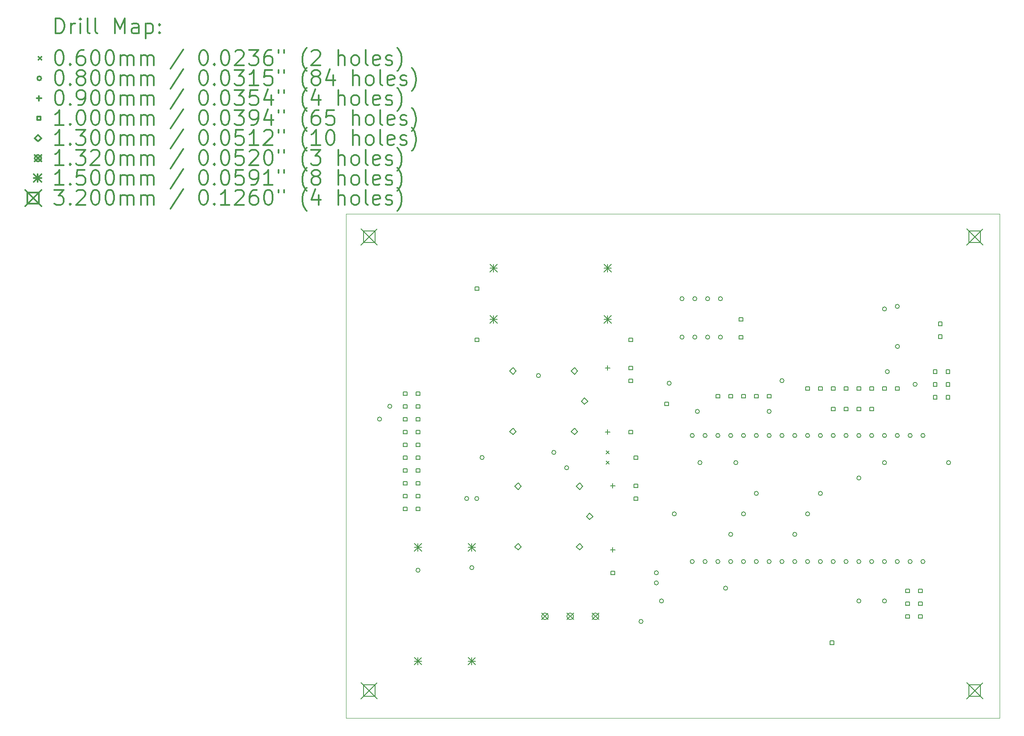
<source format=gbr>
%FSLAX45Y45*%
G04 Gerber Fmt 4.5, Leading zero omitted, Abs format (unit mm)*
G04 Created by KiCad (PCBNEW (5.1.12-1-10_14)) date 2023-02-10 09:12:02*
%MOMM*%
%LPD*%
G01*
G04 APERTURE LIST*
%TA.AperFunction,Profile*%
%ADD10C,0.100000*%
%TD*%
%ADD11C,0.200000*%
%ADD12C,0.300000*%
G04 APERTURE END LIST*
D10*
X18990800Y-4046400D02*
X18990800Y-14046400D01*
X6040800Y-4046400D02*
X18990800Y-4046400D01*
X6040800Y-14046400D02*
X6040800Y-4046400D01*
X18990800Y-14046400D02*
X6040800Y-14046400D01*
D11*
X11194600Y-8744600D02*
X11254600Y-8804600D01*
X11254600Y-8744600D02*
X11194600Y-8804600D01*
X11194600Y-8944600D02*
X11254600Y-9004600D01*
X11254600Y-8944600D02*
X11194600Y-9004600D01*
X6743400Y-8114200D02*
G75*
G03*
X6743400Y-8114200I-40000J0D01*
G01*
X6946600Y-7860200D02*
G75*
G03*
X6946600Y-7860200I-40000J0D01*
G01*
X7505400Y-11111400D02*
G75*
G03*
X7505400Y-11111400I-40000J0D01*
G01*
X8470600Y-9689000D02*
G75*
G03*
X8470600Y-9689000I-40000J0D01*
G01*
X8572200Y-11060600D02*
G75*
G03*
X8572200Y-11060600I-40000J0D01*
G01*
X8670600Y-9689000D02*
G75*
G03*
X8670600Y-9689000I-40000J0D01*
G01*
X8775400Y-8876200D02*
G75*
G03*
X8775400Y-8876200I-40000J0D01*
G01*
X9893000Y-7250600D02*
G75*
G03*
X9893000Y-7250600I-40000J0D01*
G01*
X10197800Y-8774600D02*
G75*
G03*
X10197800Y-8774600I-40000J0D01*
G01*
X10451800Y-9079400D02*
G75*
G03*
X10451800Y-9079400I-40000J0D01*
G01*
X11925000Y-12127400D02*
G75*
G03*
X11925000Y-12127400I-40000J0D01*
G01*
X12229800Y-11162200D02*
G75*
G03*
X12229800Y-11162200I-40000J0D01*
G01*
X12229800Y-11362200D02*
G75*
G03*
X12229800Y-11362200I-40000J0D01*
G01*
X12331400Y-11721000D02*
G75*
G03*
X12331400Y-11721000I-40000J0D01*
G01*
X12483800Y-7403000D02*
G75*
G03*
X12483800Y-7403000I-40000J0D01*
G01*
X12585400Y-9993800D02*
G75*
G03*
X12585400Y-9993800I-40000J0D01*
G01*
X12737800Y-5726600D02*
G75*
G03*
X12737800Y-5726600I-40000J0D01*
G01*
X12737800Y-6488600D02*
G75*
G03*
X12737800Y-6488600I-40000J0D01*
G01*
X12941000Y-8439000D02*
G75*
G03*
X12941000Y-8439000I-40000J0D01*
G01*
X12941000Y-10939000D02*
G75*
G03*
X12941000Y-10939000I-40000J0D01*
G01*
X12991800Y-5726600D02*
G75*
G03*
X12991800Y-5726600I-40000J0D01*
G01*
X12991800Y-6488600D02*
G75*
G03*
X12991800Y-6488600I-40000J0D01*
G01*
X13042600Y-7961800D02*
G75*
G03*
X13042600Y-7961800I-40000J0D01*
G01*
X13093400Y-8977800D02*
G75*
G03*
X13093400Y-8977800I-40000J0D01*
G01*
X13195000Y-8439000D02*
G75*
G03*
X13195000Y-8439000I-40000J0D01*
G01*
X13195000Y-10939000D02*
G75*
G03*
X13195000Y-10939000I-40000J0D01*
G01*
X13245800Y-5726600D02*
G75*
G03*
X13245800Y-5726600I-40000J0D01*
G01*
X13245800Y-6488600D02*
G75*
G03*
X13245800Y-6488600I-40000J0D01*
G01*
X13449000Y-8439000D02*
G75*
G03*
X13449000Y-8439000I-40000J0D01*
G01*
X13449000Y-10939000D02*
G75*
G03*
X13449000Y-10939000I-40000J0D01*
G01*
X13499800Y-5726600D02*
G75*
G03*
X13499800Y-5726600I-40000J0D01*
G01*
X13499800Y-6488600D02*
G75*
G03*
X13499800Y-6488600I-40000J0D01*
G01*
X13601400Y-11467000D02*
G75*
G03*
X13601400Y-11467000I-40000J0D01*
G01*
X13703000Y-8439000D02*
G75*
G03*
X13703000Y-8439000I-40000J0D01*
G01*
X13703000Y-10400200D02*
G75*
G03*
X13703000Y-10400200I-40000J0D01*
G01*
X13703000Y-10939000D02*
G75*
G03*
X13703000Y-10939000I-40000J0D01*
G01*
X13804600Y-8977800D02*
G75*
G03*
X13804600Y-8977800I-40000J0D01*
G01*
X13957000Y-8439000D02*
G75*
G03*
X13957000Y-8439000I-40000J0D01*
G01*
X13957000Y-9993800D02*
G75*
G03*
X13957000Y-9993800I-40000J0D01*
G01*
X13957000Y-10939000D02*
G75*
G03*
X13957000Y-10939000I-40000J0D01*
G01*
X14211000Y-8439000D02*
G75*
G03*
X14211000Y-8439000I-40000J0D01*
G01*
X14211000Y-9587400D02*
G75*
G03*
X14211000Y-9587400I-40000J0D01*
G01*
X14211000Y-10939000D02*
G75*
G03*
X14211000Y-10939000I-40000J0D01*
G01*
X14465000Y-7961800D02*
G75*
G03*
X14465000Y-7961800I-40000J0D01*
G01*
X14465000Y-8439000D02*
G75*
G03*
X14465000Y-8439000I-40000J0D01*
G01*
X14465000Y-10939000D02*
G75*
G03*
X14465000Y-10939000I-40000J0D01*
G01*
X14719000Y-7352200D02*
G75*
G03*
X14719000Y-7352200I-40000J0D01*
G01*
X14719000Y-8439000D02*
G75*
G03*
X14719000Y-8439000I-40000J0D01*
G01*
X14719000Y-10939000D02*
G75*
G03*
X14719000Y-10939000I-40000J0D01*
G01*
X14973000Y-8439000D02*
G75*
G03*
X14973000Y-8439000I-40000J0D01*
G01*
X14973000Y-10400200D02*
G75*
G03*
X14973000Y-10400200I-40000J0D01*
G01*
X14973000Y-10939000D02*
G75*
G03*
X14973000Y-10939000I-40000J0D01*
G01*
X15227000Y-8439000D02*
G75*
G03*
X15227000Y-8439000I-40000J0D01*
G01*
X15227000Y-9993800D02*
G75*
G03*
X15227000Y-9993800I-40000J0D01*
G01*
X15227000Y-10939000D02*
G75*
G03*
X15227000Y-10939000I-40000J0D01*
G01*
X15481000Y-8439000D02*
G75*
G03*
X15481000Y-8439000I-40000J0D01*
G01*
X15481000Y-9587400D02*
G75*
G03*
X15481000Y-9587400I-40000J0D01*
G01*
X15481000Y-10939000D02*
G75*
G03*
X15481000Y-10939000I-40000J0D01*
G01*
X15735000Y-8439000D02*
G75*
G03*
X15735000Y-8439000I-40000J0D01*
G01*
X15735000Y-10939000D02*
G75*
G03*
X15735000Y-10939000I-40000J0D01*
G01*
X15989000Y-8439000D02*
G75*
G03*
X15989000Y-8439000I-40000J0D01*
G01*
X15989000Y-10939000D02*
G75*
G03*
X15989000Y-10939000I-40000J0D01*
G01*
X16243000Y-8439000D02*
G75*
G03*
X16243000Y-8439000I-40000J0D01*
G01*
X16243000Y-9282600D02*
G75*
G03*
X16243000Y-9282600I-40000J0D01*
G01*
X16243000Y-10939000D02*
G75*
G03*
X16243000Y-10939000I-40000J0D01*
G01*
X16243000Y-11721000D02*
G75*
G03*
X16243000Y-11721000I-40000J0D01*
G01*
X16497000Y-8439000D02*
G75*
G03*
X16497000Y-8439000I-40000J0D01*
G01*
X16497000Y-10939000D02*
G75*
G03*
X16497000Y-10939000I-40000J0D01*
G01*
X16751000Y-5929800D02*
G75*
G03*
X16751000Y-5929800I-40000J0D01*
G01*
X16751000Y-8439000D02*
G75*
G03*
X16751000Y-8439000I-40000J0D01*
G01*
X16751000Y-8977800D02*
G75*
G03*
X16751000Y-8977800I-40000J0D01*
G01*
X16751000Y-10939000D02*
G75*
G03*
X16751000Y-10939000I-40000J0D01*
G01*
X16751000Y-11721000D02*
G75*
G03*
X16751000Y-11721000I-40000J0D01*
G01*
X16807800Y-7173400D02*
G75*
G03*
X16807800Y-7173400I-40000J0D01*
G01*
X17005000Y-5879000D02*
G75*
G03*
X17005000Y-5879000I-40000J0D01*
G01*
X17005000Y-8439000D02*
G75*
G03*
X17005000Y-8439000I-40000J0D01*
G01*
X17005000Y-10939000D02*
G75*
G03*
X17005000Y-10939000I-40000J0D01*
G01*
X17007800Y-6673400D02*
G75*
G03*
X17007800Y-6673400I-40000J0D01*
G01*
X17259000Y-8439000D02*
G75*
G03*
X17259000Y-8439000I-40000J0D01*
G01*
X17259000Y-10939000D02*
G75*
G03*
X17259000Y-10939000I-40000J0D01*
G01*
X17357800Y-7423400D02*
G75*
G03*
X17357800Y-7423400I-40000J0D01*
G01*
X17513000Y-8439000D02*
G75*
G03*
X17513000Y-8439000I-40000J0D01*
G01*
X17513000Y-10939000D02*
G75*
G03*
X17513000Y-10939000I-40000J0D01*
G01*
X18021000Y-8977800D02*
G75*
G03*
X18021000Y-8977800I-40000J0D01*
G01*
X11224600Y-7053200D02*
X11224600Y-7143200D01*
X11179600Y-7098200D02*
X11269600Y-7098200D01*
X11224600Y-8323200D02*
X11224600Y-8413200D01*
X11179600Y-8368200D02*
X11269600Y-8368200D01*
X11326200Y-9390000D02*
X11326200Y-9480000D01*
X11281200Y-9435000D02*
X11371200Y-9435000D01*
X11326200Y-10660000D02*
X11326200Y-10750000D01*
X11281200Y-10705000D02*
X11371200Y-10705000D01*
X7246756Y-7641556D02*
X7246756Y-7570844D01*
X7176044Y-7570844D01*
X7176044Y-7641556D01*
X7246756Y-7641556D01*
X7246756Y-7895556D02*
X7246756Y-7824844D01*
X7176044Y-7824844D01*
X7176044Y-7895556D01*
X7246756Y-7895556D01*
X7246756Y-8149556D02*
X7246756Y-8078844D01*
X7176044Y-8078844D01*
X7176044Y-8149556D01*
X7246756Y-8149556D01*
X7246756Y-8403556D02*
X7246756Y-8332844D01*
X7176044Y-8332844D01*
X7176044Y-8403556D01*
X7246756Y-8403556D01*
X7246756Y-8657556D02*
X7246756Y-8586844D01*
X7176044Y-8586844D01*
X7176044Y-8657556D01*
X7246756Y-8657556D01*
X7246756Y-8911556D02*
X7246756Y-8840844D01*
X7176044Y-8840844D01*
X7176044Y-8911556D01*
X7246756Y-8911556D01*
X7246756Y-9165556D02*
X7246756Y-9094844D01*
X7176044Y-9094844D01*
X7176044Y-9165556D01*
X7246756Y-9165556D01*
X7246756Y-9419556D02*
X7246756Y-9348844D01*
X7176044Y-9348844D01*
X7176044Y-9419556D01*
X7246756Y-9419556D01*
X7246756Y-9673556D02*
X7246756Y-9602844D01*
X7176044Y-9602844D01*
X7176044Y-9673556D01*
X7246756Y-9673556D01*
X7246756Y-9927556D02*
X7246756Y-9856844D01*
X7176044Y-9856844D01*
X7176044Y-9927556D01*
X7246756Y-9927556D01*
X7500756Y-7641556D02*
X7500756Y-7570844D01*
X7430044Y-7570844D01*
X7430044Y-7641556D01*
X7500756Y-7641556D01*
X7500756Y-7895556D02*
X7500756Y-7824844D01*
X7430044Y-7824844D01*
X7430044Y-7895556D01*
X7500756Y-7895556D01*
X7500756Y-8149556D02*
X7500756Y-8078844D01*
X7430044Y-8078844D01*
X7430044Y-8149556D01*
X7500756Y-8149556D01*
X7500756Y-8403556D02*
X7500756Y-8332844D01*
X7430044Y-8332844D01*
X7430044Y-8403556D01*
X7500756Y-8403556D01*
X7500756Y-8657556D02*
X7500756Y-8586844D01*
X7430044Y-8586844D01*
X7430044Y-8657556D01*
X7500756Y-8657556D01*
X7500756Y-8911556D02*
X7500756Y-8840844D01*
X7430044Y-8840844D01*
X7430044Y-8911556D01*
X7500756Y-8911556D01*
X7500756Y-9165556D02*
X7500756Y-9094844D01*
X7430044Y-9094844D01*
X7430044Y-9165556D01*
X7500756Y-9165556D01*
X7500756Y-9419556D02*
X7500756Y-9348844D01*
X7430044Y-9348844D01*
X7430044Y-9419556D01*
X7500756Y-9419556D01*
X7500756Y-9673556D02*
X7500756Y-9602844D01*
X7430044Y-9602844D01*
X7430044Y-9673556D01*
X7500756Y-9673556D01*
X7500756Y-9927556D02*
X7500756Y-9856844D01*
X7430044Y-9856844D01*
X7430044Y-9927556D01*
X7500756Y-9927556D01*
X8669156Y-5558756D02*
X8669156Y-5488044D01*
X8598444Y-5488044D01*
X8598444Y-5558756D01*
X8669156Y-5558756D01*
X8669156Y-6574756D02*
X8669156Y-6504044D01*
X8598444Y-6504044D01*
X8598444Y-6574756D01*
X8669156Y-6574756D01*
X11361556Y-11197556D02*
X11361556Y-11126844D01*
X11290844Y-11126844D01*
X11290844Y-11197556D01*
X11361556Y-11197556D01*
X11717156Y-6574756D02*
X11717156Y-6504044D01*
X11646444Y-6504044D01*
X11646444Y-6574756D01*
X11717156Y-6574756D01*
X11717156Y-7133556D02*
X11717156Y-7062844D01*
X11646444Y-7062844D01*
X11646444Y-7133556D01*
X11717156Y-7133556D01*
X11717156Y-7387556D02*
X11717156Y-7316844D01*
X11646444Y-7316844D01*
X11646444Y-7387556D01*
X11717156Y-7387556D01*
X11717156Y-8403556D02*
X11717156Y-8332844D01*
X11646444Y-8332844D01*
X11646444Y-8403556D01*
X11717156Y-8403556D01*
X11818756Y-8911556D02*
X11818756Y-8840844D01*
X11748044Y-8840844D01*
X11748044Y-8911556D01*
X11818756Y-8911556D01*
X11818756Y-9470356D02*
X11818756Y-9399644D01*
X11748044Y-9399644D01*
X11748044Y-9470356D01*
X11818756Y-9470356D01*
X11818756Y-9724356D02*
X11818756Y-9653644D01*
X11748044Y-9653644D01*
X11748044Y-9724356D01*
X11818756Y-9724356D01*
X12428356Y-7844756D02*
X12428356Y-7774044D01*
X12357644Y-7774044D01*
X12357644Y-7844756D01*
X12428356Y-7844756D01*
X13444356Y-7692356D02*
X13444356Y-7621644D01*
X13373644Y-7621644D01*
X13373644Y-7692356D01*
X13444356Y-7692356D01*
X13698356Y-7692356D02*
X13698356Y-7621644D01*
X13627644Y-7621644D01*
X13627644Y-7692356D01*
X13698356Y-7692356D01*
X13901556Y-6168356D02*
X13901556Y-6097644D01*
X13830844Y-6097644D01*
X13830844Y-6168356D01*
X13901556Y-6168356D01*
X13901556Y-6523956D02*
X13901556Y-6453244D01*
X13830844Y-6453244D01*
X13830844Y-6523956D01*
X13901556Y-6523956D01*
X13952356Y-7692356D02*
X13952356Y-7621644D01*
X13881644Y-7621644D01*
X13881644Y-7692356D01*
X13952356Y-7692356D01*
X14206356Y-7692356D02*
X14206356Y-7621644D01*
X14135644Y-7621644D01*
X14135644Y-7692356D01*
X14206356Y-7692356D01*
X14460356Y-7692356D02*
X14460356Y-7621644D01*
X14389644Y-7621644D01*
X14389644Y-7692356D01*
X14460356Y-7692356D01*
X15222356Y-7539956D02*
X15222356Y-7469244D01*
X15151644Y-7469244D01*
X15151644Y-7539956D01*
X15222356Y-7539956D01*
X15476356Y-7539956D02*
X15476356Y-7469244D01*
X15405644Y-7469244D01*
X15405644Y-7539956D01*
X15476356Y-7539956D01*
X15707156Y-12582956D02*
X15707156Y-12512244D01*
X15636444Y-12512244D01*
X15636444Y-12582956D01*
X15707156Y-12582956D01*
X15730356Y-7539956D02*
X15730356Y-7469244D01*
X15659644Y-7469244D01*
X15659644Y-7539956D01*
X15730356Y-7539956D01*
X15730356Y-7946356D02*
X15730356Y-7875644D01*
X15659644Y-7875644D01*
X15659644Y-7946356D01*
X15730356Y-7946356D01*
X15984356Y-7539956D02*
X15984356Y-7469244D01*
X15913644Y-7469244D01*
X15913644Y-7539956D01*
X15984356Y-7539956D01*
X15984356Y-7946356D02*
X15984356Y-7875644D01*
X15913644Y-7875644D01*
X15913644Y-7946356D01*
X15984356Y-7946356D01*
X16238356Y-7539956D02*
X16238356Y-7469244D01*
X16167644Y-7469244D01*
X16167644Y-7539956D01*
X16238356Y-7539956D01*
X16238356Y-7946356D02*
X16238356Y-7875644D01*
X16167644Y-7875644D01*
X16167644Y-7946356D01*
X16238356Y-7946356D01*
X16492356Y-7539956D02*
X16492356Y-7469244D01*
X16421644Y-7469244D01*
X16421644Y-7539956D01*
X16492356Y-7539956D01*
X16492356Y-7946356D02*
X16492356Y-7875644D01*
X16421644Y-7875644D01*
X16421644Y-7946356D01*
X16492356Y-7946356D01*
X16746356Y-7539956D02*
X16746356Y-7469244D01*
X16675644Y-7469244D01*
X16675644Y-7539956D01*
X16746356Y-7539956D01*
X17000356Y-7539956D02*
X17000356Y-7469244D01*
X16929644Y-7469244D01*
X16929644Y-7539956D01*
X17000356Y-7539956D01*
X17203556Y-11553156D02*
X17203556Y-11482444D01*
X17132844Y-11482444D01*
X17132844Y-11553156D01*
X17203556Y-11553156D01*
X17203556Y-11807156D02*
X17203556Y-11736444D01*
X17132844Y-11736444D01*
X17132844Y-11807156D01*
X17203556Y-11807156D01*
X17203556Y-12061156D02*
X17203556Y-11990444D01*
X17132844Y-11990444D01*
X17132844Y-12061156D01*
X17203556Y-12061156D01*
X17457556Y-11553156D02*
X17457556Y-11482444D01*
X17386844Y-11482444D01*
X17386844Y-11553156D01*
X17457556Y-11553156D01*
X17457556Y-11807156D02*
X17457556Y-11736444D01*
X17386844Y-11736444D01*
X17386844Y-11807156D01*
X17457556Y-11807156D01*
X17457556Y-12061156D02*
X17457556Y-11990444D01*
X17386844Y-11990444D01*
X17386844Y-12061156D01*
X17457556Y-12061156D01*
X17749156Y-7208756D02*
X17749156Y-7138044D01*
X17678444Y-7138044D01*
X17678444Y-7208756D01*
X17749156Y-7208756D01*
X17749156Y-7462756D02*
X17749156Y-7392044D01*
X17678444Y-7392044D01*
X17678444Y-7462756D01*
X17749156Y-7462756D01*
X17749156Y-7716756D02*
X17749156Y-7646044D01*
X17678444Y-7646044D01*
X17678444Y-7716756D01*
X17749156Y-7716756D01*
X17853156Y-6258756D02*
X17853156Y-6188044D01*
X17782444Y-6188044D01*
X17782444Y-6258756D01*
X17853156Y-6258756D01*
X17853156Y-6512756D02*
X17853156Y-6442044D01*
X17782444Y-6442044D01*
X17782444Y-6512756D01*
X17853156Y-6512756D01*
X18003156Y-7208756D02*
X18003156Y-7138044D01*
X17932444Y-7138044D01*
X17932444Y-7208756D01*
X18003156Y-7208756D01*
X18003156Y-7462756D02*
X18003156Y-7392044D01*
X17932444Y-7392044D01*
X17932444Y-7462756D01*
X18003156Y-7462756D01*
X18003156Y-7716756D02*
X18003156Y-7646044D01*
X17932444Y-7646044D01*
X17932444Y-7716756D01*
X18003156Y-7716756D01*
X9347400Y-7223600D02*
X9412400Y-7158600D01*
X9347400Y-7093600D01*
X9282400Y-7158600D01*
X9347400Y-7223600D01*
X9347400Y-8423600D02*
X9412400Y-8358600D01*
X9347400Y-8293600D01*
X9282400Y-8358600D01*
X9347400Y-8423600D01*
X9449000Y-9509600D02*
X9514000Y-9444600D01*
X9449000Y-9379600D01*
X9384000Y-9444600D01*
X9449000Y-9509600D01*
X9449000Y-10709600D02*
X9514000Y-10644600D01*
X9449000Y-10579600D01*
X9384000Y-10644600D01*
X9449000Y-10709600D01*
X10567400Y-7223600D02*
X10632400Y-7158600D01*
X10567400Y-7093600D01*
X10502400Y-7158600D01*
X10567400Y-7223600D01*
X10567400Y-8423600D02*
X10632400Y-8358600D01*
X10567400Y-8293600D01*
X10502400Y-8358600D01*
X10567400Y-8423600D01*
X10669000Y-9509600D02*
X10734000Y-9444600D01*
X10669000Y-9379600D01*
X10604000Y-9444600D01*
X10669000Y-9509600D01*
X10669000Y-10709600D02*
X10734000Y-10644600D01*
X10669000Y-10579600D01*
X10604000Y-10644600D01*
X10669000Y-10709600D01*
X10767400Y-7823600D02*
X10832400Y-7758600D01*
X10767400Y-7693600D01*
X10702400Y-7758600D01*
X10767400Y-7823600D01*
X10869000Y-10109600D02*
X10934000Y-10044600D01*
X10869000Y-9979600D01*
X10804000Y-10044600D01*
X10869000Y-10109600D01*
X9916200Y-11959800D02*
X10048200Y-12091800D01*
X10048200Y-11959800D02*
X9916200Y-12091800D01*
X10048200Y-12025800D02*
G75*
G03*
X10048200Y-12025800I-66000J0D01*
G01*
X10416200Y-11959800D02*
X10548200Y-12091800D01*
X10548200Y-11959800D02*
X10416200Y-12091800D01*
X10548200Y-12025800D02*
G75*
G03*
X10548200Y-12025800I-66000J0D01*
G01*
X10916200Y-11959800D02*
X11048200Y-12091800D01*
X11048200Y-11959800D02*
X10916200Y-12091800D01*
X11048200Y-12025800D02*
G75*
G03*
X11048200Y-12025800I-66000J0D01*
G01*
X7390400Y-10579200D02*
X7540400Y-10729200D01*
X7540400Y-10579200D02*
X7390400Y-10729200D01*
X7465400Y-10579200D02*
X7465400Y-10729200D01*
X7390400Y-10654200D02*
X7540400Y-10654200D01*
X7390400Y-12839200D02*
X7540400Y-12989200D01*
X7540400Y-12839200D02*
X7390400Y-12989200D01*
X7465400Y-12839200D02*
X7465400Y-12989200D01*
X7390400Y-12914200D02*
X7540400Y-12914200D01*
X8457200Y-10579200D02*
X8607200Y-10729200D01*
X8607200Y-10579200D02*
X8457200Y-10729200D01*
X8532200Y-10579200D02*
X8532200Y-10729200D01*
X8457200Y-10654200D02*
X8607200Y-10654200D01*
X8457200Y-12839200D02*
X8607200Y-12989200D01*
X8607200Y-12839200D02*
X8457200Y-12989200D01*
X8532200Y-12839200D02*
X8532200Y-12989200D01*
X8457200Y-12914200D02*
X8607200Y-12914200D01*
X8889600Y-5042000D02*
X9039600Y-5192000D01*
X9039600Y-5042000D02*
X8889600Y-5192000D01*
X8964600Y-5042000D02*
X8964600Y-5192000D01*
X8889600Y-5117000D02*
X9039600Y-5117000D01*
X8889600Y-6058000D02*
X9039600Y-6208000D01*
X9039600Y-6058000D02*
X8889600Y-6208000D01*
X8964600Y-6058000D02*
X8964600Y-6208000D01*
X8889600Y-6133000D02*
X9039600Y-6133000D01*
X11149600Y-5042000D02*
X11299600Y-5192000D01*
X11299600Y-5042000D02*
X11149600Y-5192000D01*
X11224600Y-5042000D02*
X11224600Y-5192000D01*
X11149600Y-5117000D02*
X11299600Y-5117000D01*
X11149600Y-6058000D02*
X11299600Y-6208000D01*
X11299600Y-6058000D02*
X11149600Y-6208000D01*
X11224600Y-6058000D02*
X11224600Y-6208000D01*
X11149600Y-6133000D02*
X11299600Y-6133000D01*
X6340000Y-4340000D02*
X6660000Y-4660000D01*
X6660000Y-4340000D02*
X6340000Y-4660000D01*
X6613138Y-4613138D02*
X6613138Y-4386862D01*
X6386862Y-4386862D01*
X6386862Y-4613138D01*
X6613138Y-4613138D01*
X6340000Y-13340000D02*
X6660000Y-13660000D01*
X6660000Y-13340000D02*
X6340000Y-13660000D01*
X6613138Y-13613138D02*
X6613138Y-13386862D01*
X6386862Y-13386862D01*
X6386862Y-13613138D01*
X6613138Y-13613138D01*
X18340000Y-4340000D02*
X18660000Y-4660000D01*
X18660000Y-4340000D02*
X18340000Y-4660000D01*
X18613138Y-4613138D02*
X18613138Y-4386862D01*
X18386862Y-4386862D01*
X18386862Y-4613138D01*
X18613138Y-4613138D01*
X18340000Y-13340000D02*
X18660000Y-13660000D01*
X18660000Y-13340000D02*
X18340000Y-13660000D01*
X18613138Y-13613138D02*
X18613138Y-13386862D01*
X18386862Y-13386862D01*
X18386862Y-13613138D01*
X18613138Y-13613138D01*
D12*
X286429Y-465714D02*
X286429Y-165714D01*
X357857Y-165714D01*
X400714Y-180000D01*
X429286Y-208571D01*
X443571Y-237143D01*
X457857Y-294286D01*
X457857Y-337143D01*
X443571Y-394286D01*
X429286Y-422857D01*
X400714Y-451428D01*
X357857Y-465714D01*
X286429Y-465714D01*
X586429Y-465714D02*
X586429Y-265714D01*
X586429Y-322857D02*
X600714Y-294286D01*
X615000Y-280000D01*
X643571Y-265714D01*
X672143Y-265714D01*
X772143Y-465714D02*
X772143Y-265714D01*
X772143Y-165714D02*
X757857Y-180000D01*
X772143Y-194286D01*
X786428Y-180000D01*
X772143Y-165714D01*
X772143Y-194286D01*
X957857Y-465714D02*
X929286Y-451428D01*
X915000Y-422857D01*
X915000Y-165714D01*
X1115000Y-465714D02*
X1086429Y-451428D01*
X1072143Y-422857D01*
X1072143Y-165714D01*
X1457857Y-465714D02*
X1457857Y-165714D01*
X1557857Y-380000D01*
X1657857Y-165714D01*
X1657857Y-465714D01*
X1929286Y-465714D02*
X1929286Y-308571D01*
X1915000Y-280000D01*
X1886428Y-265714D01*
X1829286Y-265714D01*
X1800714Y-280000D01*
X1929286Y-451428D02*
X1900714Y-465714D01*
X1829286Y-465714D01*
X1800714Y-451428D01*
X1786428Y-422857D01*
X1786428Y-394286D01*
X1800714Y-365714D01*
X1829286Y-351428D01*
X1900714Y-351428D01*
X1929286Y-337143D01*
X2072143Y-265714D02*
X2072143Y-565714D01*
X2072143Y-280000D02*
X2100714Y-265714D01*
X2157857Y-265714D01*
X2186429Y-280000D01*
X2200714Y-294286D01*
X2215000Y-322857D01*
X2215000Y-408571D01*
X2200714Y-437143D01*
X2186429Y-451428D01*
X2157857Y-465714D01*
X2100714Y-465714D01*
X2072143Y-451428D01*
X2343571Y-437143D02*
X2357857Y-451428D01*
X2343571Y-465714D01*
X2329286Y-451428D01*
X2343571Y-437143D01*
X2343571Y-465714D01*
X2343571Y-280000D02*
X2357857Y-294286D01*
X2343571Y-308571D01*
X2329286Y-294286D01*
X2343571Y-280000D01*
X2343571Y-308571D01*
X-60000Y-930000D02*
X0Y-990000D01*
X0Y-930000D02*
X-60000Y-990000D01*
X343571Y-795714D02*
X372143Y-795714D01*
X400714Y-810000D01*
X415000Y-824286D01*
X429286Y-852857D01*
X443571Y-910000D01*
X443571Y-981428D01*
X429286Y-1038571D01*
X415000Y-1067143D01*
X400714Y-1081429D01*
X372143Y-1095714D01*
X343571Y-1095714D01*
X315000Y-1081429D01*
X300714Y-1067143D01*
X286429Y-1038571D01*
X272143Y-981428D01*
X272143Y-910000D01*
X286429Y-852857D01*
X300714Y-824286D01*
X315000Y-810000D01*
X343571Y-795714D01*
X572143Y-1067143D02*
X586429Y-1081429D01*
X572143Y-1095714D01*
X557857Y-1081429D01*
X572143Y-1067143D01*
X572143Y-1095714D01*
X843571Y-795714D02*
X786428Y-795714D01*
X757857Y-810000D01*
X743571Y-824286D01*
X715000Y-867143D01*
X700714Y-924286D01*
X700714Y-1038571D01*
X715000Y-1067143D01*
X729286Y-1081429D01*
X757857Y-1095714D01*
X815000Y-1095714D01*
X843571Y-1081429D01*
X857857Y-1067143D01*
X872143Y-1038571D01*
X872143Y-967143D01*
X857857Y-938571D01*
X843571Y-924286D01*
X815000Y-910000D01*
X757857Y-910000D01*
X729286Y-924286D01*
X715000Y-938571D01*
X700714Y-967143D01*
X1057857Y-795714D02*
X1086429Y-795714D01*
X1115000Y-810000D01*
X1129286Y-824286D01*
X1143571Y-852857D01*
X1157857Y-910000D01*
X1157857Y-981428D01*
X1143571Y-1038571D01*
X1129286Y-1067143D01*
X1115000Y-1081429D01*
X1086429Y-1095714D01*
X1057857Y-1095714D01*
X1029286Y-1081429D01*
X1015000Y-1067143D01*
X1000714Y-1038571D01*
X986428Y-981428D01*
X986428Y-910000D01*
X1000714Y-852857D01*
X1015000Y-824286D01*
X1029286Y-810000D01*
X1057857Y-795714D01*
X1343571Y-795714D02*
X1372143Y-795714D01*
X1400714Y-810000D01*
X1415000Y-824286D01*
X1429286Y-852857D01*
X1443571Y-910000D01*
X1443571Y-981428D01*
X1429286Y-1038571D01*
X1415000Y-1067143D01*
X1400714Y-1081429D01*
X1372143Y-1095714D01*
X1343571Y-1095714D01*
X1315000Y-1081429D01*
X1300714Y-1067143D01*
X1286429Y-1038571D01*
X1272143Y-981428D01*
X1272143Y-910000D01*
X1286429Y-852857D01*
X1300714Y-824286D01*
X1315000Y-810000D01*
X1343571Y-795714D01*
X1572143Y-1095714D02*
X1572143Y-895714D01*
X1572143Y-924286D02*
X1586428Y-910000D01*
X1615000Y-895714D01*
X1657857Y-895714D01*
X1686428Y-910000D01*
X1700714Y-938571D01*
X1700714Y-1095714D01*
X1700714Y-938571D02*
X1715000Y-910000D01*
X1743571Y-895714D01*
X1786428Y-895714D01*
X1815000Y-910000D01*
X1829286Y-938571D01*
X1829286Y-1095714D01*
X1972143Y-1095714D02*
X1972143Y-895714D01*
X1972143Y-924286D02*
X1986428Y-910000D01*
X2015000Y-895714D01*
X2057857Y-895714D01*
X2086428Y-910000D01*
X2100714Y-938571D01*
X2100714Y-1095714D01*
X2100714Y-938571D02*
X2115000Y-910000D01*
X2143571Y-895714D01*
X2186429Y-895714D01*
X2215000Y-910000D01*
X2229286Y-938571D01*
X2229286Y-1095714D01*
X2815000Y-781428D02*
X2557857Y-1167143D01*
X3200714Y-795714D02*
X3229286Y-795714D01*
X3257857Y-810000D01*
X3272143Y-824286D01*
X3286428Y-852857D01*
X3300714Y-910000D01*
X3300714Y-981428D01*
X3286428Y-1038571D01*
X3272143Y-1067143D01*
X3257857Y-1081429D01*
X3229286Y-1095714D01*
X3200714Y-1095714D01*
X3172143Y-1081429D01*
X3157857Y-1067143D01*
X3143571Y-1038571D01*
X3129286Y-981428D01*
X3129286Y-910000D01*
X3143571Y-852857D01*
X3157857Y-824286D01*
X3172143Y-810000D01*
X3200714Y-795714D01*
X3429286Y-1067143D02*
X3443571Y-1081429D01*
X3429286Y-1095714D01*
X3415000Y-1081429D01*
X3429286Y-1067143D01*
X3429286Y-1095714D01*
X3629286Y-795714D02*
X3657857Y-795714D01*
X3686428Y-810000D01*
X3700714Y-824286D01*
X3715000Y-852857D01*
X3729286Y-910000D01*
X3729286Y-981428D01*
X3715000Y-1038571D01*
X3700714Y-1067143D01*
X3686428Y-1081429D01*
X3657857Y-1095714D01*
X3629286Y-1095714D01*
X3600714Y-1081429D01*
X3586428Y-1067143D01*
X3572143Y-1038571D01*
X3557857Y-981428D01*
X3557857Y-910000D01*
X3572143Y-852857D01*
X3586428Y-824286D01*
X3600714Y-810000D01*
X3629286Y-795714D01*
X3843571Y-824286D02*
X3857857Y-810000D01*
X3886428Y-795714D01*
X3957857Y-795714D01*
X3986428Y-810000D01*
X4000714Y-824286D01*
X4015000Y-852857D01*
X4015000Y-881428D01*
X4000714Y-924286D01*
X3829286Y-1095714D01*
X4015000Y-1095714D01*
X4115000Y-795714D02*
X4300714Y-795714D01*
X4200714Y-910000D01*
X4243571Y-910000D01*
X4272143Y-924286D01*
X4286429Y-938571D01*
X4300714Y-967143D01*
X4300714Y-1038571D01*
X4286429Y-1067143D01*
X4272143Y-1081429D01*
X4243571Y-1095714D01*
X4157857Y-1095714D01*
X4129286Y-1081429D01*
X4115000Y-1067143D01*
X4557857Y-795714D02*
X4500714Y-795714D01*
X4472143Y-810000D01*
X4457857Y-824286D01*
X4429286Y-867143D01*
X4415000Y-924286D01*
X4415000Y-1038571D01*
X4429286Y-1067143D01*
X4443571Y-1081429D01*
X4472143Y-1095714D01*
X4529286Y-1095714D01*
X4557857Y-1081429D01*
X4572143Y-1067143D01*
X4586429Y-1038571D01*
X4586429Y-967143D01*
X4572143Y-938571D01*
X4557857Y-924286D01*
X4529286Y-910000D01*
X4472143Y-910000D01*
X4443571Y-924286D01*
X4429286Y-938571D01*
X4415000Y-967143D01*
X4700714Y-795714D02*
X4700714Y-852857D01*
X4815000Y-795714D02*
X4815000Y-852857D01*
X5257857Y-1210000D02*
X5243571Y-1195714D01*
X5215000Y-1152857D01*
X5200714Y-1124286D01*
X5186429Y-1081429D01*
X5172143Y-1010000D01*
X5172143Y-952857D01*
X5186429Y-881428D01*
X5200714Y-838571D01*
X5215000Y-810000D01*
X5243571Y-767143D01*
X5257857Y-752857D01*
X5357857Y-824286D02*
X5372143Y-810000D01*
X5400714Y-795714D01*
X5472143Y-795714D01*
X5500714Y-810000D01*
X5515000Y-824286D01*
X5529286Y-852857D01*
X5529286Y-881428D01*
X5515000Y-924286D01*
X5343571Y-1095714D01*
X5529286Y-1095714D01*
X5886428Y-1095714D02*
X5886428Y-795714D01*
X6015000Y-1095714D02*
X6015000Y-938571D01*
X6000714Y-910000D01*
X5972143Y-895714D01*
X5929286Y-895714D01*
X5900714Y-910000D01*
X5886428Y-924286D01*
X6200714Y-1095714D02*
X6172143Y-1081429D01*
X6157857Y-1067143D01*
X6143571Y-1038571D01*
X6143571Y-952857D01*
X6157857Y-924286D01*
X6172143Y-910000D01*
X6200714Y-895714D01*
X6243571Y-895714D01*
X6272143Y-910000D01*
X6286428Y-924286D01*
X6300714Y-952857D01*
X6300714Y-1038571D01*
X6286428Y-1067143D01*
X6272143Y-1081429D01*
X6243571Y-1095714D01*
X6200714Y-1095714D01*
X6472143Y-1095714D02*
X6443571Y-1081429D01*
X6429286Y-1052857D01*
X6429286Y-795714D01*
X6700714Y-1081429D02*
X6672143Y-1095714D01*
X6615000Y-1095714D01*
X6586428Y-1081429D01*
X6572143Y-1052857D01*
X6572143Y-938571D01*
X6586428Y-910000D01*
X6615000Y-895714D01*
X6672143Y-895714D01*
X6700714Y-910000D01*
X6715000Y-938571D01*
X6715000Y-967143D01*
X6572143Y-995714D01*
X6829286Y-1081429D02*
X6857857Y-1095714D01*
X6915000Y-1095714D01*
X6943571Y-1081429D01*
X6957857Y-1052857D01*
X6957857Y-1038571D01*
X6943571Y-1010000D01*
X6915000Y-995714D01*
X6872143Y-995714D01*
X6843571Y-981428D01*
X6829286Y-952857D01*
X6829286Y-938571D01*
X6843571Y-910000D01*
X6872143Y-895714D01*
X6915000Y-895714D01*
X6943571Y-910000D01*
X7057857Y-1210000D02*
X7072143Y-1195714D01*
X7100714Y-1152857D01*
X7115000Y-1124286D01*
X7129286Y-1081429D01*
X7143571Y-1010000D01*
X7143571Y-952857D01*
X7129286Y-881428D01*
X7115000Y-838571D01*
X7100714Y-810000D01*
X7072143Y-767143D01*
X7057857Y-752857D01*
X0Y-1356000D02*
G75*
G03*
X0Y-1356000I-40000J0D01*
G01*
X343571Y-1191714D02*
X372143Y-1191714D01*
X400714Y-1206000D01*
X415000Y-1220286D01*
X429286Y-1248857D01*
X443571Y-1306000D01*
X443571Y-1377429D01*
X429286Y-1434571D01*
X415000Y-1463143D01*
X400714Y-1477428D01*
X372143Y-1491714D01*
X343571Y-1491714D01*
X315000Y-1477428D01*
X300714Y-1463143D01*
X286429Y-1434571D01*
X272143Y-1377429D01*
X272143Y-1306000D01*
X286429Y-1248857D01*
X300714Y-1220286D01*
X315000Y-1206000D01*
X343571Y-1191714D01*
X572143Y-1463143D02*
X586429Y-1477428D01*
X572143Y-1491714D01*
X557857Y-1477428D01*
X572143Y-1463143D01*
X572143Y-1491714D01*
X757857Y-1320286D02*
X729286Y-1306000D01*
X715000Y-1291714D01*
X700714Y-1263143D01*
X700714Y-1248857D01*
X715000Y-1220286D01*
X729286Y-1206000D01*
X757857Y-1191714D01*
X815000Y-1191714D01*
X843571Y-1206000D01*
X857857Y-1220286D01*
X872143Y-1248857D01*
X872143Y-1263143D01*
X857857Y-1291714D01*
X843571Y-1306000D01*
X815000Y-1320286D01*
X757857Y-1320286D01*
X729286Y-1334571D01*
X715000Y-1348857D01*
X700714Y-1377429D01*
X700714Y-1434571D01*
X715000Y-1463143D01*
X729286Y-1477428D01*
X757857Y-1491714D01*
X815000Y-1491714D01*
X843571Y-1477428D01*
X857857Y-1463143D01*
X872143Y-1434571D01*
X872143Y-1377429D01*
X857857Y-1348857D01*
X843571Y-1334571D01*
X815000Y-1320286D01*
X1057857Y-1191714D02*
X1086429Y-1191714D01*
X1115000Y-1206000D01*
X1129286Y-1220286D01*
X1143571Y-1248857D01*
X1157857Y-1306000D01*
X1157857Y-1377429D01*
X1143571Y-1434571D01*
X1129286Y-1463143D01*
X1115000Y-1477428D01*
X1086429Y-1491714D01*
X1057857Y-1491714D01*
X1029286Y-1477428D01*
X1015000Y-1463143D01*
X1000714Y-1434571D01*
X986428Y-1377429D01*
X986428Y-1306000D01*
X1000714Y-1248857D01*
X1015000Y-1220286D01*
X1029286Y-1206000D01*
X1057857Y-1191714D01*
X1343571Y-1191714D02*
X1372143Y-1191714D01*
X1400714Y-1206000D01*
X1415000Y-1220286D01*
X1429286Y-1248857D01*
X1443571Y-1306000D01*
X1443571Y-1377429D01*
X1429286Y-1434571D01*
X1415000Y-1463143D01*
X1400714Y-1477428D01*
X1372143Y-1491714D01*
X1343571Y-1491714D01*
X1315000Y-1477428D01*
X1300714Y-1463143D01*
X1286429Y-1434571D01*
X1272143Y-1377429D01*
X1272143Y-1306000D01*
X1286429Y-1248857D01*
X1300714Y-1220286D01*
X1315000Y-1206000D01*
X1343571Y-1191714D01*
X1572143Y-1491714D02*
X1572143Y-1291714D01*
X1572143Y-1320286D02*
X1586428Y-1306000D01*
X1615000Y-1291714D01*
X1657857Y-1291714D01*
X1686428Y-1306000D01*
X1700714Y-1334571D01*
X1700714Y-1491714D01*
X1700714Y-1334571D02*
X1715000Y-1306000D01*
X1743571Y-1291714D01*
X1786428Y-1291714D01*
X1815000Y-1306000D01*
X1829286Y-1334571D01*
X1829286Y-1491714D01*
X1972143Y-1491714D02*
X1972143Y-1291714D01*
X1972143Y-1320286D02*
X1986428Y-1306000D01*
X2015000Y-1291714D01*
X2057857Y-1291714D01*
X2086428Y-1306000D01*
X2100714Y-1334571D01*
X2100714Y-1491714D01*
X2100714Y-1334571D02*
X2115000Y-1306000D01*
X2143571Y-1291714D01*
X2186429Y-1291714D01*
X2215000Y-1306000D01*
X2229286Y-1334571D01*
X2229286Y-1491714D01*
X2815000Y-1177429D02*
X2557857Y-1563143D01*
X3200714Y-1191714D02*
X3229286Y-1191714D01*
X3257857Y-1206000D01*
X3272143Y-1220286D01*
X3286428Y-1248857D01*
X3300714Y-1306000D01*
X3300714Y-1377429D01*
X3286428Y-1434571D01*
X3272143Y-1463143D01*
X3257857Y-1477428D01*
X3229286Y-1491714D01*
X3200714Y-1491714D01*
X3172143Y-1477428D01*
X3157857Y-1463143D01*
X3143571Y-1434571D01*
X3129286Y-1377429D01*
X3129286Y-1306000D01*
X3143571Y-1248857D01*
X3157857Y-1220286D01*
X3172143Y-1206000D01*
X3200714Y-1191714D01*
X3429286Y-1463143D02*
X3443571Y-1477428D01*
X3429286Y-1491714D01*
X3415000Y-1477428D01*
X3429286Y-1463143D01*
X3429286Y-1491714D01*
X3629286Y-1191714D02*
X3657857Y-1191714D01*
X3686428Y-1206000D01*
X3700714Y-1220286D01*
X3715000Y-1248857D01*
X3729286Y-1306000D01*
X3729286Y-1377429D01*
X3715000Y-1434571D01*
X3700714Y-1463143D01*
X3686428Y-1477428D01*
X3657857Y-1491714D01*
X3629286Y-1491714D01*
X3600714Y-1477428D01*
X3586428Y-1463143D01*
X3572143Y-1434571D01*
X3557857Y-1377429D01*
X3557857Y-1306000D01*
X3572143Y-1248857D01*
X3586428Y-1220286D01*
X3600714Y-1206000D01*
X3629286Y-1191714D01*
X3829286Y-1191714D02*
X4015000Y-1191714D01*
X3915000Y-1306000D01*
X3957857Y-1306000D01*
X3986428Y-1320286D01*
X4000714Y-1334571D01*
X4015000Y-1363143D01*
X4015000Y-1434571D01*
X4000714Y-1463143D01*
X3986428Y-1477428D01*
X3957857Y-1491714D01*
X3872143Y-1491714D01*
X3843571Y-1477428D01*
X3829286Y-1463143D01*
X4300714Y-1491714D02*
X4129286Y-1491714D01*
X4215000Y-1491714D02*
X4215000Y-1191714D01*
X4186428Y-1234571D01*
X4157857Y-1263143D01*
X4129286Y-1277429D01*
X4572143Y-1191714D02*
X4429286Y-1191714D01*
X4415000Y-1334571D01*
X4429286Y-1320286D01*
X4457857Y-1306000D01*
X4529286Y-1306000D01*
X4557857Y-1320286D01*
X4572143Y-1334571D01*
X4586429Y-1363143D01*
X4586429Y-1434571D01*
X4572143Y-1463143D01*
X4557857Y-1477428D01*
X4529286Y-1491714D01*
X4457857Y-1491714D01*
X4429286Y-1477428D01*
X4415000Y-1463143D01*
X4700714Y-1191714D02*
X4700714Y-1248857D01*
X4815000Y-1191714D02*
X4815000Y-1248857D01*
X5257857Y-1606000D02*
X5243571Y-1591714D01*
X5215000Y-1548857D01*
X5200714Y-1520286D01*
X5186429Y-1477428D01*
X5172143Y-1406000D01*
X5172143Y-1348857D01*
X5186429Y-1277429D01*
X5200714Y-1234571D01*
X5215000Y-1206000D01*
X5243571Y-1163143D01*
X5257857Y-1148857D01*
X5415000Y-1320286D02*
X5386429Y-1306000D01*
X5372143Y-1291714D01*
X5357857Y-1263143D01*
X5357857Y-1248857D01*
X5372143Y-1220286D01*
X5386429Y-1206000D01*
X5415000Y-1191714D01*
X5472143Y-1191714D01*
X5500714Y-1206000D01*
X5515000Y-1220286D01*
X5529286Y-1248857D01*
X5529286Y-1263143D01*
X5515000Y-1291714D01*
X5500714Y-1306000D01*
X5472143Y-1320286D01*
X5415000Y-1320286D01*
X5386429Y-1334571D01*
X5372143Y-1348857D01*
X5357857Y-1377429D01*
X5357857Y-1434571D01*
X5372143Y-1463143D01*
X5386429Y-1477428D01*
X5415000Y-1491714D01*
X5472143Y-1491714D01*
X5500714Y-1477428D01*
X5515000Y-1463143D01*
X5529286Y-1434571D01*
X5529286Y-1377429D01*
X5515000Y-1348857D01*
X5500714Y-1334571D01*
X5472143Y-1320286D01*
X5786428Y-1291714D02*
X5786428Y-1491714D01*
X5715000Y-1177429D02*
X5643571Y-1391714D01*
X5829286Y-1391714D01*
X6172143Y-1491714D02*
X6172143Y-1191714D01*
X6300714Y-1491714D02*
X6300714Y-1334571D01*
X6286428Y-1306000D01*
X6257857Y-1291714D01*
X6215000Y-1291714D01*
X6186428Y-1306000D01*
X6172143Y-1320286D01*
X6486428Y-1491714D02*
X6457857Y-1477428D01*
X6443571Y-1463143D01*
X6429286Y-1434571D01*
X6429286Y-1348857D01*
X6443571Y-1320286D01*
X6457857Y-1306000D01*
X6486428Y-1291714D01*
X6529286Y-1291714D01*
X6557857Y-1306000D01*
X6572143Y-1320286D01*
X6586428Y-1348857D01*
X6586428Y-1434571D01*
X6572143Y-1463143D01*
X6557857Y-1477428D01*
X6529286Y-1491714D01*
X6486428Y-1491714D01*
X6757857Y-1491714D02*
X6729286Y-1477428D01*
X6715000Y-1448857D01*
X6715000Y-1191714D01*
X6986428Y-1477428D02*
X6957857Y-1491714D01*
X6900714Y-1491714D01*
X6872143Y-1477428D01*
X6857857Y-1448857D01*
X6857857Y-1334571D01*
X6872143Y-1306000D01*
X6900714Y-1291714D01*
X6957857Y-1291714D01*
X6986428Y-1306000D01*
X7000714Y-1334571D01*
X7000714Y-1363143D01*
X6857857Y-1391714D01*
X7115000Y-1477428D02*
X7143571Y-1491714D01*
X7200714Y-1491714D01*
X7229286Y-1477428D01*
X7243571Y-1448857D01*
X7243571Y-1434571D01*
X7229286Y-1406000D01*
X7200714Y-1391714D01*
X7157857Y-1391714D01*
X7129286Y-1377429D01*
X7115000Y-1348857D01*
X7115000Y-1334571D01*
X7129286Y-1306000D01*
X7157857Y-1291714D01*
X7200714Y-1291714D01*
X7229286Y-1306000D01*
X7343571Y-1606000D02*
X7357857Y-1591714D01*
X7386428Y-1548857D01*
X7400714Y-1520286D01*
X7415000Y-1477428D01*
X7429286Y-1406000D01*
X7429286Y-1348857D01*
X7415000Y-1277429D01*
X7400714Y-1234571D01*
X7386428Y-1206000D01*
X7357857Y-1163143D01*
X7343571Y-1148857D01*
X-45000Y-1707000D02*
X-45000Y-1797000D01*
X-90000Y-1752000D02*
X0Y-1752000D01*
X343571Y-1587714D02*
X372143Y-1587714D01*
X400714Y-1602000D01*
X415000Y-1616286D01*
X429286Y-1644857D01*
X443571Y-1702000D01*
X443571Y-1773428D01*
X429286Y-1830571D01*
X415000Y-1859143D01*
X400714Y-1873428D01*
X372143Y-1887714D01*
X343571Y-1887714D01*
X315000Y-1873428D01*
X300714Y-1859143D01*
X286429Y-1830571D01*
X272143Y-1773428D01*
X272143Y-1702000D01*
X286429Y-1644857D01*
X300714Y-1616286D01*
X315000Y-1602000D01*
X343571Y-1587714D01*
X572143Y-1859143D02*
X586429Y-1873428D01*
X572143Y-1887714D01*
X557857Y-1873428D01*
X572143Y-1859143D01*
X572143Y-1887714D01*
X729286Y-1887714D02*
X786428Y-1887714D01*
X815000Y-1873428D01*
X829286Y-1859143D01*
X857857Y-1816286D01*
X872143Y-1759143D01*
X872143Y-1644857D01*
X857857Y-1616286D01*
X843571Y-1602000D01*
X815000Y-1587714D01*
X757857Y-1587714D01*
X729286Y-1602000D01*
X715000Y-1616286D01*
X700714Y-1644857D01*
X700714Y-1716286D01*
X715000Y-1744857D01*
X729286Y-1759143D01*
X757857Y-1773428D01*
X815000Y-1773428D01*
X843571Y-1759143D01*
X857857Y-1744857D01*
X872143Y-1716286D01*
X1057857Y-1587714D02*
X1086429Y-1587714D01*
X1115000Y-1602000D01*
X1129286Y-1616286D01*
X1143571Y-1644857D01*
X1157857Y-1702000D01*
X1157857Y-1773428D01*
X1143571Y-1830571D01*
X1129286Y-1859143D01*
X1115000Y-1873428D01*
X1086429Y-1887714D01*
X1057857Y-1887714D01*
X1029286Y-1873428D01*
X1015000Y-1859143D01*
X1000714Y-1830571D01*
X986428Y-1773428D01*
X986428Y-1702000D01*
X1000714Y-1644857D01*
X1015000Y-1616286D01*
X1029286Y-1602000D01*
X1057857Y-1587714D01*
X1343571Y-1587714D02*
X1372143Y-1587714D01*
X1400714Y-1602000D01*
X1415000Y-1616286D01*
X1429286Y-1644857D01*
X1443571Y-1702000D01*
X1443571Y-1773428D01*
X1429286Y-1830571D01*
X1415000Y-1859143D01*
X1400714Y-1873428D01*
X1372143Y-1887714D01*
X1343571Y-1887714D01*
X1315000Y-1873428D01*
X1300714Y-1859143D01*
X1286429Y-1830571D01*
X1272143Y-1773428D01*
X1272143Y-1702000D01*
X1286429Y-1644857D01*
X1300714Y-1616286D01*
X1315000Y-1602000D01*
X1343571Y-1587714D01*
X1572143Y-1887714D02*
X1572143Y-1687714D01*
X1572143Y-1716286D02*
X1586428Y-1702000D01*
X1615000Y-1687714D01*
X1657857Y-1687714D01*
X1686428Y-1702000D01*
X1700714Y-1730571D01*
X1700714Y-1887714D01*
X1700714Y-1730571D02*
X1715000Y-1702000D01*
X1743571Y-1687714D01*
X1786428Y-1687714D01*
X1815000Y-1702000D01*
X1829286Y-1730571D01*
X1829286Y-1887714D01*
X1972143Y-1887714D02*
X1972143Y-1687714D01*
X1972143Y-1716286D02*
X1986428Y-1702000D01*
X2015000Y-1687714D01*
X2057857Y-1687714D01*
X2086428Y-1702000D01*
X2100714Y-1730571D01*
X2100714Y-1887714D01*
X2100714Y-1730571D02*
X2115000Y-1702000D01*
X2143571Y-1687714D01*
X2186429Y-1687714D01*
X2215000Y-1702000D01*
X2229286Y-1730571D01*
X2229286Y-1887714D01*
X2815000Y-1573428D02*
X2557857Y-1959143D01*
X3200714Y-1587714D02*
X3229286Y-1587714D01*
X3257857Y-1602000D01*
X3272143Y-1616286D01*
X3286428Y-1644857D01*
X3300714Y-1702000D01*
X3300714Y-1773428D01*
X3286428Y-1830571D01*
X3272143Y-1859143D01*
X3257857Y-1873428D01*
X3229286Y-1887714D01*
X3200714Y-1887714D01*
X3172143Y-1873428D01*
X3157857Y-1859143D01*
X3143571Y-1830571D01*
X3129286Y-1773428D01*
X3129286Y-1702000D01*
X3143571Y-1644857D01*
X3157857Y-1616286D01*
X3172143Y-1602000D01*
X3200714Y-1587714D01*
X3429286Y-1859143D02*
X3443571Y-1873428D01*
X3429286Y-1887714D01*
X3415000Y-1873428D01*
X3429286Y-1859143D01*
X3429286Y-1887714D01*
X3629286Y-1587714D02*
X3657857Y-1587714D01*
X3686428Y-1602000D01*
X3700714Y-1616286D01*
X3715000Y-1644857D01*
X3729286Y-1702000D01*
X3729286Y-1773428D01*
X3715000Y-1830571D01*
X3700714Y-1859143D01*
X3686428Y-1873428D01*
X3657857Y-1887714D01*
X3629286Y-1887714D01*
X3600714Y-1873428D01*
X3586428Y-1859143D01*
X3572143Y-1830571D01*
X3557857Y-1773428D01*
X3557857Y-1702000D01*
X3572143Y-1644857D01*
X3586428Y-1616286D01*
X3600714Y-1602000D01*
X3629286Y-1587714D01*
X3829286Y-1587714D02*
X4015000Y-1587714D01*
X3915000Y-1702000D01*
X3957857Y-1702000D01*
X3986428Y-1716286D01*
X4000714Y-1730571D01*
X4015000Y-1759143D01*
X4015000Y-1830571D01*
X4000714Y-1859143D01*
X3986428Y-1873428D01*
X3957857Y-1887714D01*
X3872143Y-1887714D01*
X3843571Y-1873428D01*
X3829286Y-1859143D01*
X4286429Y-1587714D02*
X4143571Y-1587714D01*
X4129286Y-1730571D01*
X4143571Y-1716286D01*
X4172143Y-1702000D01*
X4243571Y-1702000D01*
X4272143Y-1716286D01*
X4286429Y-1730571D01*
X4300714Y-1759143D01*
X4300714Y-1830571D01*
X4286429Y-1859143D01*
X4272143Y-1873428D01*
X4243571Y-1887714D01*
X4172143Y-1887714D01*
X4143571Y-1873428D01*
X4129286Y-1859143D01*
X4557857Y-1687714D02*
X4557857Y-1887714D01*
X4486429Y-1573428D02*
X4415000Y-1787714D01*
X4600714Y-1787714D01*
X4700714Y-1587714D02*
X4700714Y-1644857D01*
X4815000Y-1587714D02*
X4815000Y-1644857D01*
X5257857Y-2002000D02*
X5243571Y-1987714D01*
X5215000Y-1944857D01*
X5200714Y-1916286D01*
X5186429Y-1873428D01*
X5172143Y-1802000D01*
X5172143Y-1744857D01*
X5186429Y-1673428D01*
X5200714Y-1630571D01*
X5215000Y-1602000D01*
X5243571Y-1559143D01*
X5257857Y-1544857D01*
X5500714Y-1687714D02*
X5500714Y-1887714D01*
X5429286Y-1573428D02*
X5357857Y-1787714D01*
X5543571Y-1787714D01*
X5886428Y-1887714D02*
X5886428Y-1587714D01*
X6015000Y-1887714D02*
X6015000Y-1730571D01*
X6000714Y-1702000D01*
X5972143Y-1687714D01*
X5929286Y-1687714D01*
X5900714Y-1702000D01*
X5886428Y-1716286D01*
X6200714Y-1887714D02*
X6172143Y-1873428D01*
X6157857Y-1859143D01*
X6143571Y-1830571D01*
X6143571Y-1744857D01*
X6157857Y-1716286D01*
X6172143Y-1702000D01*
X6200714Y-1687714D01*
X6243571Y-1687714D01*
X6272143Y-1702000D01*
X6286428Y-1716286D01*
X6300714Y-1744857D01*
X6300714Y-1830571D01*
X6286428Y-1859143D01*
X6272143Y-1873428D01*
X6243571Y-1887714D01*
X6200714Y-1887714D01*
X6472143Y-1887714D02*
X6443571Y-1873428D01*
X6429286Y-1844857D01*
X6429286Y-1587714D01*
X6700714Y-1873428D02*
X6672143Y-1887714D01*
X6615000Y-1887714D01*
X6586428Y-1873428D01*
X6572143Y-1844857D01*
X6572143Y-1730571D01*
X6586428Y-1702000D01*
X6615000Y-1687714D01*
X6672143Y-1687714D01*
X6700714Y-1702000D01*
X6715000Y-1730571D01*
X6715000Y-1759143D01*
X6572143Y-1787714D01*
X6829286Y-1873428D02*
X6857857Y-1887714D01*
X6915000Y-1887714D01*
X6943571Y-1873428D01*
X6957857Y-1844857D01*
X6957857Y-1830571D01*
X6943571Y-1802000D01*
X6915000Y-1787714D01*
X6872143Y-1787714D01*
X6843571Y-1773428D01*
X6829286Y-1744857D01*
X6829286Y-1730571D01*
X6843571Y-1702000D01*
X6872143Y-1687714D01*
X6915000Y-1687714D01*
X6943571Y-1702000D01*
X7057857Y-2002000D02*
X7072143Y-1987714D01*
X7100714Y-1944857D01*
X7115000Y-1916286D01*
X7129286Y-1873428D01*
X7143571Y-1802000D01*
X7143571Y-1744857D01*
X7129286Y-1673428D01*
X7115000Y-1630571D01*
X7100714Y-1602000D01*
X7072143Y-1559143D01*
X7057857Y-1544857D01*
X-14644Y-2183356D02*
X-14644Y-2112644D01*
X-85356Y-2112644D01*
X-85356Y-2183356D01*
X-14644Y-2183356D01*
X443571Y-2283714D02*
X272143Y-2283714D01*
X357857Y-2283714D02*
X357857Y-1983714D01*
X329286Y-2026571D01*
X300714Y-2055143D01*
X272143Y-2069428D01*
X572143Y-2255143D02*
X586429Y-2269429D01*
X572143Y-2283714D01*
X557857Y-2269429D01*
X572143Y-2255143D01*
X572143Y-2283714D01*
X772143Y-1983714D02*
X800714Y-1983714D01*
X829286Y-1998000D01*
X843571Y-2012286D01*
X857857Y-2040857D01*
X872143Y-2098000D01*
X872143Y-2169429D01*
X857857Y-2226571D01*
X843571Y-2255143D01*
X829286Y-2269429D01*
X800714Y-2283714D01*
X772143Y-2283714D01*
X743571Y-2269429D01*
X729286Y-2255143D01*
X715000Y-2226571D01*
X700714Y-2169429D01*
X700714Y-2098000D01*
X715000Y-2040857D01*
X729286Y-2012286D01*
X743571Y-1998000D01*
X772143Y-1983714D01*
X1057857Y-1983714D02*
X1086429Y-1983714D01*
X1115000Y-1998000D01*
X1129286Y-2012286D01*
X1143571Y-2040857D01*
X1157857Y-2098000D01*
X1157857Y-2169429D01*
X1143571Y-2226571D01*
X1129286Y-2255143D01*
X1115000Y-2269429D01*
X1086429Y-2283714D01*
X1057857Y-2283714D01*
X1029286Y-2269429D01*
X1015000Y-2255143D01*
X1000714Y-2226571D01*
X986428Y-2169429D01*
X986428Y-2098000D01*
X1000714Y-2040857D01*
X1015000Y-2012286D01*
X1029286Y-1998000D01*
X1057857Y-1983714D01*
X1343571Y-1983714D02*
X1372143Y-1983714D01*
X1400714Y-1998000D01*
X1415000Y-2012286D01*
X1429286Y-2040857D01*
X1443571Y-2098000D01*
X1443571Y-2169429D01*
X1429286Y-2226571D01*
X1415000Y-2255143D01*
X1400714Y-2269429D01*
X1372143Y-2283714D01*
X1343571Y-2283714D01*
X1315000Y-2269429D01*
X1300714Y-2255143D01*
X1286429Y-2226571D01*
X1272143Y-2169429D01*
X1272143Y-2098000D01*
X1286429Y-2040857D01*
X1300714Y-2012286D01*
X1315000Y-1998000D01*
X1343571Y-1983714D01*
X1572143Y-2283714D02*
X1572143Y-2083714D01*
X1572143Y-2112286D02*
X1586428Y-2098000D01*
X1615000Y-2083714D01*
X1657857Y-2083714D01*
X1686428Y-2098000D01*
X1700714Y-2126571D01*
X1700714Y-2283714D01*
X1700714Y-2126571D02*
X1715000Y-2098000D01*
X1743571Y-2083714D01*
X1786428Y-2083714D01*
X1815000Y-2098000D01*
X1829286Y-2126571D01*
X1829286Y-2283714D01*
X1972143Y-2283714D02*
X1972143Y-2083714D01*
X1972143Y-2112286D02*
X1986428Y-2098000D01*
X2015000Y-2083714D01*
X2057857Y-2083714D01*
X2086428Y-2098000D01*
X2100714Y-2126571D01*
X2100714Y-2283714D01*
X2100714Y-2126571D02*
X2115000Y-2098000D01*
X2143571Y-2083714D01*
X2186429Y-2083714D01*
X2215000Y-2098000D01*
X2229286Y-2126571D01*
X2229286Y-2283714D01*
X2815000Y-1969428D02*
X2557857Y-2355143D01*
X3200714Y-1983714D02*
X3229286Y-1983714D01*
X3257857Y-1998000D01*
X3272143Y-2012286D01*
X3286428Y-2040857D01*
X3300714Y-2098000D01*
X3300714Y-2169429D01*
X3286428Y-2226571D01*
X3272143Y-2255143D01*
X3257857Y-2269429D01*
X3229286Y-2283714D01*
X3200714Y-2283714D01*
X3172143Y-2269429D01*
X3157857Y-2255143D01*
X3143571Y-2226571D01*
X3129286Y-2169429D01*
X3129286Y-2098000D01*
X3143571Y-2040857D01*
X3157857Y-2012286D01*
X3172143Y-1998000D01*
X3200714Y-1983714D01*
X3429286Y-2255143D02*
X3443571Y-2269429D01*
X3429286Y-2283714D01*
X3415000Y-2269429D01*
X3429286Y-2255143D01*
X3429286Y-2283714D01*
X3629286Y-1983714D02*
X3657857Y-1983714D01*
X3686428Y-1998000D01*
X3700714Y-2012286D01*
X3715000Y-2040857D01*
X3729286Y-2098000D01*
X3729286Y-2169429D01*
X3715000Y-2226571D01*
X3700714Y-2255143D01*
X3686428Y-2269429D01*
X3657857Y-2283714D01*
X3629286Y-2283714D01*
X3600714Y-2269429D01*
X3586428Y-2255143D01*
X3572143Y-2226571D01*
X3557857Y-2169429D01*
X3557857Y-2098000D01*
X3572143Y-2040857D01*
X3586428Y-2012286D01*
X3600714Y-1998000D01*
X3629286Y-1983714D01*
X3829286Y-1983714D02*
X4015000Y-1983714D01*
X3915000Y-2098000D01*
X3957857Y-2098000D01*
X3986428Y-2112286D01*
X4000714Y-2126571D01*
X4015000Y-2155143D01*
X4015000Y-2226571D01*
X4000714Y-2255143D01*
X3986428Y-2269429D01*
X3957857Y-2283714D01*
X3872143Y-2283714D01*
X3843571Y-2269429D01*
X3829286Y-2255143D01*
X4157857Y-2283714D02*
X4215000Y-2283714D01*
X4243571Y-2269429D01*
X4257857Y-2255143D01*
X4286429Y-2212286D01*
X4300714Y-2155143D01*
X4300714Y-2040857D01*
X4286429Y-2012286D01*
X4272143Y-1998000D01*
X4243571Y-1983714D01*
X4186428Y-1983714D01*
X4157857Y-1998000D01*
X4143571Y-2012286D01*
X4129286Y-2040857D01*
X4129286Y-2112286D01*
X4143571Y-2140857D01*
X4157857Y-2155143D01*
X4186428Y-2169429D01*
X4243571Y-2169429D01*
X4272143Y-2155143D01*
X4286429Y-2140857D01*
X4300714Y-2112286D01*
X4557857Y-2083714D02*
X4557857Y-2283714D01*
X4486429Y-1969428D02*
X4415000Y-2183714D01*
X4600714Y-2183714D01*
X4700714Y-1983714D02*
X4700714Y-2040857D01*
X4815000Y-1983714D02*
X4815000Y-2040857D01*
X5257857Y-2398000D02*
X5243571Y-2383714D01*
X5215000Y-2340857D01*
X5200714Y-2312286D01*
X5186429Y-2269429D01*
X5172143Y-2198000D01*
X5172143Y-2140857D01*
X5186429Y-2069428D01*
X5200714Y-2026571D01*
X5215000Y-1998000D01*
X5243571Y-1955143D01*
X5257857Y-1940857D01*
X5500714Y-1983714D02*
X5443571Y-1983714D01*
X5415000Y-1998000D01*
X5400714Y-2012286D01*
X5372143Y-2055143D01*
X5357857Y-2112286D01*
X5357857Y-2226571D01*
X5372143Y-2255143D01*
X5386429Y-2269429D01*
X5415000Y-2283714D01*
X5472143Y-2283714D01*
X5500714Y-2269429D01*
X5515000Y-2255143D01*
X5529286Y-2226571D01*
X5529286Y-2155143D01*
X5515000Y-2126571D01*
X5500714Y-2112286D01*
X5472143Y-2098000D01*
X5415000Y-2098000D01*
X5386429Y-2112286D01*
X5372143Y-2126571D01*
X5357857Y-2155143D01*
X5800714Y-1983714D02*
X5657857Y-1983714D01*
X5643571Y-2126571D01*
X5657857Y-2112286D01*
X5686428Y-2098000D01*
X5757857Y-2098000D01*
X5786428Y-2112286D01*
X5800714Y-2126571D01*
X5815000Y-2155143D01*
X5815000Y-2226571D01*
X5800714Y-2255143D01*
X5786428Y-2269429D01*
X5757857Y-2283714D01*
X5686428Y-2283714D01*
X5657857Y-2269429D01*
X5643571Y-2255143D01*
X6172143Y-2283714D02*
X6172143Y-1983714D01*
X6300714Y-2283714D02*
X6300714Y-2126571D01*
X6286428Y-2098000D01*
X6257857Y-2083714D01*
X6215000Y-2083714D01*
X6186428Y-2098000D01*
X6172143Y-2112286D01*
X6486428Y-2283714D02*
X6457857Y-2269429D01*
X6443571Y-2255143D01*
X6429286Y-2226571D01*
X6429286Y-2140857D01*
X6443571Y-2112286D01*
X6457857Y-2098000D01*
X6486428Y-2083714D01*
X6529286Y-2083714D01*
X6557857Y-2098000D01*
X6572143Y-2112286D01*
X6586428Y-2140857D01*
X6586428Y-2226571D01*
X6572143Y-2255143D01*
X6557857Y-2269429D01*
X6529286Y-2283714D01*
X6486428Y-2283714D01*
X6757857Y-2283714D02*
X6729286Y-2269429D01*
X6715000Y-2240857D01*
X6715000Y-1983714D01*
X6986428Y-2269429D02*
X6957857Y-2283714D01*
X6900714Y-2283714D01*
X6872143Y-2269429D01*
X6857857Y-2240857D01*
X6857857Y-2126571D01*
X6872143Y-2098000D01*
X6900714Y-2083714D01*
X6957857Y-2083714D01*
X6986428Y-2098000D01*
X7000714Y-2126571D01*
X7000714Y-2155143D01*
X6857857Y-2183714D01*
X7115000Y-2269429D02*
X7143571Y-2283714D01*
X7200714Y-2283714D01*
X7229286Y-2269429D01*
X7243571Y-2240857D01*
X7243571Y-2226571D01*
X7229286Y-2198000D01*
X7200714Y-2183714D01*
X7157857Y-2183714D01*
X7129286Y-2169429D01*
X7115000Y-2140857D01*
X7115000Y-2126571D01*
X7129286Y-2098000D01*
X7157857Y-2083714D01*
X7200714Y-2083714D01*
X7229286Y-2098000D01*
X7343571Y-2398000D02*
X7357857Y-2383714D01*
X7386428Y-2340857D01*
X7400714Y-2312286D01*
X7415000Y-2269429D01*
X7429286Y-2198000D01*
X7429286Y-2140857D01*
X7415000Y-2069428D01*
X7400714Y-2026571D01*
X7386428Y-1998000D01*
X7357857Y-1955143D01*
X7343571Y-1940857D01*
X-65000Y-2609000D02*
X0Y-2544000D01*
X-65000Y-2479000D01*
X-130000Y-2544000D01*
X-65000Y-2609000D01*
X443571Y-2679714D02*
X272143Y-2679714D01*
X357857Y-2679714D02*
X357857Y-2379714D01*
X329286Y-2422571D01*
X300714Y-2451143D01*
X272143Y-2465429D01*
X572143Y-2651143D02*
X586429Y-2665429D01*
X572143Y-2679714D01*
X557857Y-2665429D01*
X572143Y-2651143D01*
X572143Y-2679714D01*
X686429Y-2379714D02*
X872143Y-2379714D01*
X772143Y-2494000D01*
X815000Y-2494000D01*
X843571Y-2508286D01*
X857857Y-2522571D01*
X872143Y-2551143D01*
X872143Y-2622571D01*
X857857Y-2651143D01*
X843571Y-2665429D01*
X815000Y-2679714D01*
X729286Y-2679714D01*
X700714Y-2665429D01*
X686429Y-2651143D01*
X1057857Y-2379714D02*
X1086429Y-2379714D01*
X1115000Y-2394000D01*
X1129286Y-2408286D01*
X1143571Y-2436857D01*
X1157857Y-2494000D01*
X1157857Y-2565429D01*
X1143571Y-2622571D01*
X1129286Y-2651143D01*
X1115000Y-2665429D01*
X1086429Y-2679714D01*
X1057857Y-2679714D01*
X1029286Y-2665429D01*
X1015000Y-2651143D01*
X1000714Y-2622571D01*
X986428Y-2565429D01*
X986428Y-2494000D01*
X1000714Y-2436857D01*
X1015000Y-2408286D01*
X1029286Y-2394000D01*
X1057857Y-2379714D01*
X1343571Y-2379714D02*
X1372143Y-2379714D01*
X1400714Y-2394000D01*
X1415000Y-2408286D01*
X1429286Y-2436857D01*
X1443571Y-2494000D01*
X1443571Y-2565429D01*
X1429286Y-2622571D01*
X1415000Y-2651143D01*
X1400714Y-2665429D01*
X1372143Y-2679714D01*
X1343571Y-2679714D01*
X1315000Y-2665429D01*
X1300714Y-2651143D01*
X1286429Y-2622571D01*
X1272143Y-2565429D01*
X1272143Y-2494000D01*
X1286429Y-2436857D01*
X1300714Y-2408286D01*
X1315000Y-2394000D01*
X1343571Y-2379714D01*
X1572143Y-2679714D02*
X1572143Y-2479714D01*
X1572143Y-2508286D02*
X1586428Y-2494000D01*
X1615000Y-2479714D01*
X1657857Y-2479714D01*
X1686428Y-2494000D01*
X1700714Y-2522571D01*
X1700714Y-2679714D01*
X1700714Y-2522571D02*
X1715000Y-2494000D01*
X1743571Y-2479714D01*
X1786428Y-2479714D01*
X1815000Y-2494000D01*
X1829286Y-2522571D01*
X1829286Y-2679714D01*
X1972143Y-2679714D02*
X1972143Y-2479714D01*
X1972143Y-2508286D02*
X1986428Y-2494000D01*
X2015000Y-2479714D01*
X2057857Y-2479714D01*
X2086428Y-2494000D01*
X2100714Y-2522571D01*
X2100714Y-2679714D01*
X2100714Y-2522571D02*
X2115000Y-2494000D01*
X2143571Y-2479714D01*
X2186429Y-2479714D01*
X2215000Y-2494000D01*
X2229286Y-2522571D01*
X2229286Y-2679714D01*
X2815000Y-2365429D02*
X2557857Y-2751143D01*
X3200714Y-2379714D02*
X3229286Y-2379714D01*
X3257857Y-2394000D01*
X3272143Y-2408286D01*
X3286428Y-2436857D01*
X3300714Y-2494000D01*
X3300714Y-2565429D01*
X3286428Y-2622571D01*
X3272143Y-2651143D01*
X3257857Y-2665429D01*
X3229286Y-2679714D01*
X3200714Y-2679714D01*
X3172143Y-2665429D01*
X3157857Y-2651143D01*
X3143571Y-2622571D01*
X3129286Y-2565429D01*
X3129286Y-2494000D01*
X3143571Y-2436857D01*
X3157857Y-2408286D01*
X3172143Y-2394000D01*
X3200714Y-2379714D01*
X3429286Y-2651143D02*
X3443571Y-2665429D01*
X3429286Y-2679714D01*
X3415000Y-2665429D01*
X3429286Y-2651143D01*
X3429286Y-2679714D01*
X3629286Y-2379714D02*
X3657857Y-2379714D01*
X3686428Y-2394000D01*
X3700714Y-2408286D01*
X3715000Y-2436857D01*
X3729286Y-2494000D01*
X3729286Y-2565429D01*
X3715000Y-2622571D01*
X3700714Y-2651143D01*
X3686428Y-2665429D01*
X3657857Y-2679714D01*
X3629286Y-2679714D01*
X3600714Y-2665429D01*
X3586428Y-2651143D01*
X3572143Y-2622571D01*
X3557857Y-2565429D01*
X3557857Y-2494000D01*
X3572143Y-2436857D01*
X3586428Y-2408286D01*
X3600714Y-2394000D01*
X3629286Y-2379714D01*
X4000714Y-2379714D02*
X3857857Y-2379714D01*
X3843571Y-2522571D01*
X3857857Y-2508286D01*
X3886428Y-2494000D01*
X3957857Y-2494000D01*
X3986428Y-2508286D01*
X4000714Y-2522571D01*
X4015000Y-2551143D01*
X4015000Y-2622571D01*
X4000714Y-2651143D01*
X3986428Y-2665429D01*
X3957857Y-2679714D01*
X3886428Y-2679714D01*
X3857857Y-2665429D01*
X3843571Y-2651143D01*
X4300714Y-2679714D02*
X4129286Y-2679714D01*
X4215000Y-2679714D02*
X4215000Y-2379714D01*
X4186428Y-2422571D01*
X4157857Y-2451143D01*
X4129286Y-2465429D01*
X4415000Y-2408286D02*
X4429286Y-2394000D01*
X4457857Y-2379714D01*
X4529286Y-2379714D01*
X4557857Y-2394000D01*
X4572143Y-2408286D01*
X4586429Y-2436857D01*
X4586429Y-2465429D01*
X4572143Y-2508286D01*
X4400714Y-2679714D01*
X4586429Y-2679714D01*
X4700714Y-2379714D02*
X4700714Y-2436857D01*
X4815000Y-2379714D02*
X4815000Y-2436857D01*
X5257857Y-2794000D02*
X5243571Y-2779714D01*
X5215000Y-2736857D01*
X5200714Y-2708286D01*
X5186429Y-2665429D01*
X5172143Y-2594000D01*
X5172143Y-2536857D01*
X5186429Y-2465429D01*
X5200714Y-2422571D01*
X5215000Y-2394000D01*
X5243571Y-2351143D01*
X5257857Y-2336857D01*
X5529286Y-2679714D02*
X5357857Y-2679714D01*
X5443571Y-2679714D02*
X5443571Y-2379714D01*
X5415000Y-2422571D01*
X5386429Y-2451143D01*
X5357857Y-2465429D01*
X5715000Y-2379714D02*
X5743571Y-2379714D01*
X5772143Y-2394000D01*
X5786428Y-2408286D01*
X5800714Y-2436857D01*
X5815000Y-2494000D01*
X5815000Y-2565429D01*
X5800714Y-2622571D01*
X5786428Y-2651143D01*
X5772143Y-2665429D01*
X5743571Y-2679714D01*
X5715000Y-2679714D01*
X5686428Y-2665429D01*
X5672143Y-2651143D01*
X5657857Y-2622571D01*
X5643571Y-2565429D01*
X5643571Y-2494000D01*
X5657857Y-2436857D01*
X5672143Y-2408286D01*
X5686428Y-2394000D01*
X5715000Y-2379714D01*
X6172143Y-2679714D02*
X6172143Y-2379714D01*
X6300714Y-2679714D02*
X6300714Y-2522571D01*
X6286428Y-2494000D01*
X6257857Y-2479714D01*
X6215000Y-2479714D01*
X6186428Y-2494000D01*
X6172143Y-2508286D01*
X6486428Y-2679714D02*
X6457857Y-2665429D01*
X6443571Y-2651143D01*
X6429286Y-2622571D01*
X6429286Y-2536857D01*
X6443571Y-2508286D01*
X6457857Y-2494000D01*
X6486428Y-2479714D01*
X6529286Y-2479714D01*
X6557857Y-2494000D01*
X6572143Y-2508286D01*
X6586428Y-2536857D01*
X6586428Y-2622571D01*
X6572143Y-2651143D01*
X6557857Y-2665429D01*
X6529286Y-2679714D01*
X6486428Y-2679714D01*
X6757857Y-2679714D02*
X6729286Y-2665429D01*
X6715000Y-2636857D01*
X6715000Y-2379714D01*
X6986428Y-2665429D02*
X6957857Y-2679714D01*
X6900714Y-2679714D01*
X6872143Y-2665429D01*
X6857857Y-2636857D01*
X6857857Y-2522571D01*
X6872143Y-2494000D01*
X6900714Y-2479714D01*
X6957857Y-2479714D01*
X6986428Y-2494000D01*
X7000714Y-2522571D01*
X7000714Y-2551143D01*
X6857857Y-2579714D01*
X7115000Y-2665429D02*
X7143571Y-2679714D01*
X7200714Y-2679714D01*
X7229286Y-2665429D01*
X7243571Y-2636857D01*
X7243571Y-2622571D01*
X7229286Y-2594000D01*
X7200714Y-2579714D01*
X7157857Y-2579714D01*
X7129286Y-2565429D01*
X7115000Y-2536857D01*
X7115000Y-2522571D01*
X7129286Y-2494000D01*
X7157857Y-2479714D01*
X7200714Y-2479714D01*
X7229286Y-2494000D01*
X7343571Y-2794000D02*
X7357857Y-2779714D01*
X7386428Y-2736857D01*
X7400714Y-2708286D01*
X7415000Y-2665429D01*
X7429286Y-2594000D01*
X7429286Y-2536857D01*
X7415000Y-2465429D01*
X7400714Y-2422571D01*
X7386428Y-2394000D01*
X7357857Y-2351143D01*
X7343571Y-2336857D01*
X-132000Y-2874000D02*
X0Y-3006000D01*
X0Y-2874000D02*
X-132000Y-3006000D01*
X0Y-2940000D02*
G75*
G03*
X0Y-2940000I-66000J0D01*
G01*
X443571Y-3075714D02*
X272143Y-3075714D01*
X357857Y-3075714D02*
X357857Y-2775714D01*
X329286Y-2818571D01*
X300714Y-2847143D01*
X272143Y-2861428D01*
X572143Y-3047143D02*
X586429Y-3061428D01*
X572143Y-3075714D01*
X557857Y-3061428D01*
X572143Y-3047143D01*
X572143Y-3075714D01*
X686429Y-2775714D02*
X872143Y-2775714D01*
X772143Y-2890000D01*
X815000Y-2890000D01*
X843571Y-2904286D01*
X857857Y-2918571D01*
X872143Y-2947143D01*
X872143Y-3018571D01*
X857857Y-3047143D01*
X843571Y-3061428D01*
X815000Y-3075714D01*
X729286Y-3075714D01*
X700714Y-3061428D01*
X686429Y-3047143D01*
X986428Y-2804286D02*
X1000714Y-2790000D01*
X1029286Y-2775714D01*
X1100714Y-2775714D01*
X1129286Y-2790000D01*
X1143571Y-2804286D01*
X1157857Y-2832857D01*
X1157857Y-2861428D01*
X1143571Y-2904286D01*
X972143Y-3075714D01*
X1157857Y-3075714D01*
X1343571Y-2775714D02*
X1372143Y-2775714D01*
X1400714Y-2790000D01*
X1415000Y-2804286D01*
X1429286Y-2832857D01*
X1443571Y-2890000D01*
X1443571Y-2961428D01*
X1429286Y-3018571D01*
X1415000Y-3047143D01*
X1400714Y-3061428D01*
X1372143Y-3075714D01*
X1343571Y-3075714D01*
X1315000Y-3061428D01*
X1300714Y-3047143D01*
X1286429Y-3018571D01*
X1272143Y-2961428D01*
X1272143Y-2890000D01*
X1286429Y-2832857D01*
X1300714Y-2804286D01*
X1315000Y-2790000D01*
X1343571Y-2775714D01*
X1572143Y-3075714D02*
X1572143Y-2875714D01*
X1572143Y-2904286D02*
X1586428Y-2890000D01*
X1615000Y-2875714D01*
X1657857Y-2875714D01*
X1686428Y-2890000D01*
X1700714Y-2918571D01*
X1700714Y-3075714D01*
X1700714Y-2918571D02*
X1715000Y-2890000D01*
X1743571Y-2875714D01*
X1786428Y-2875714D01*
X1815000Y-2890000D01*
X1829286Y-2918571D01*
X1829286Y-3075714D01*
X1972143Y-3075714D02*
X1972143Y-2875714D01*
X1972143Y-2904286D02*
X1986428Y-2890000D01*
X2015000Y-2875714D01*
X2057857Y-2875714D01*
X2086428Y-2890000D01*
X2100714Y-2918571D01*
X2100714Y-3075714D01*
X2100714Y-2918571D02*
X2115000Y-2890000D01*
X2143571Y-2875714D01*
X2186429Y-2875714D01*
X2215000Y-2890000D01*
X2229286Y-2918571D01*
X2229286Y-3075714D01*
X2815000Y-2761429D02*
X2557857Y-3147143D01*
X3200714Y-2775714D02*
X3229286Y-2775714D01*
X3257857Y-2790000D01*
X3272143Y-2804286D01*
X3286428Y-2832857D01*
X3300714Y-2890000D01*
X3300714Y-2961428D01*
X3286428Y-3018571D01*
X3272143Y-3047143D01*
X3257857Y-3061428D01*
X3229286Y-3075714D01*
X3200714Y-3075714D01*
X3172143Y-3061428D01*
X3157857Y-3047143D01*
X3143571Y-3018571D01*
X3129286Y-2961428D01*
X3129286Y-2890000D01*
X3143571Y-2832857D01*
X3157857Y-2804286D01*
X3172143Y-2790000D01*
X3200714Y-2775714D01*
X3429286Y-3047143D02*
X3443571Y-3061428D01*
X3429286Y-3075714D01*
X3415000Y-3061428D01*
X3429286Y-3047143D01*
X3429286Y-3075714D01*
X3629286Y-2775714D02*
X3657857Y-2775714D01*
X3686428Y-2790000D01*
X3700714Y-2804286D01*
X3715000Y-2832857D01*
X3729286Y-2890000D01*
X3729286Y-2961428D01*
X3715000Y-3018571D01*
X3700714Y-3047143D01*
X3686428Y-3061428D01*
X3657857Y-3075714D01*
X3629286Y-3075714D01*
X3600714Y-3061428D01*
X3586428Y-3047143D01*
X3572143Y-3018571D01*
X3557857Y-2961428D01*
X3557857Y-2890000D01*
X3572143Y-2832857D01*
X3586428Y-2804286D01*
X3600714Y-2790000D01*
X3629286Y-2775714D01*
X4000714Y-2775714D02*
X3857857Y-2775714D01*
X3843571Y-2918571D01*
X3857857Y-2904286D01*
X3886428Y-2890000D01*
X3957857Y-2890000D01*
X3986428Y-2904286D01*
X4000714Y-2918571D01*
X4015000Y-2947143D01*
X4015000Y-3018571D01*
X4000714Y-3047143D01*
X3986428Y-3061428D01*
X3957857Y-3075714D01*
X3886428Y-3075714D01*
X3857857Y-3061428D01*
X3843571Y-3047143D01*
X4129286Y-2804286D02*
X4143571Y-2790000D01*
X4172143Y-2775714D01*
X4243571Y-2775714D01*
X4272143Y-2790000D01*
X4286429Y-2804286D01*
X4300714Y-2832857D01*
X4300714Y-2861428D01*
X4286429Y-2904286D01*
X4115000Y-3075714D01*
X4300714Y-3075714D01*
X4486429Y-2775714D02*
X4515000Y-2775714D01*
X4543571Y-2790000D01*
X4557857Y-2804286D01*
X4572143Y-2832857D01*
X4586429Y-2890000D01*
X4586429Y-2961428D01*
X4572143Y-3018571D01*
X4557857Y-3047143D01*
X4543571Y-3061428D01*
X4515000Y-3075714D01*
X4486429Y-3075714D01*
X4457857Y-3061428D01*
X4443571Y-3047143D01*
X4429286Y-3018571D01*
X4415000Y-2961428D01*
X4415000Y-2890000D01*
X4429286Y-2832857D01*
X4443571Y-2804286D01*
X4457857Y-2790000D01*
X4486429Y-2775714D01*
X4700714Y-2775714D02*
X4700714Y-2832857D01*
X4815000Y-2775714D02*
X4815000Y-2832857D01*
X5257857Y-3190000D02*
X5243571Y-3175714D01*
X5215000Y-3132857D01*
X5200714Y-3104286D01*
X5186429Y-3061428D01*
X5172143Y-2990000D01*
X5172143Y-2932857D01*
X5186429Y-2861428D01*
X5200714Y-2818571D01*
X5215000Y-2790000D01*
X5243571Y-2747143D01*
X5257857Y-2732857D01*
X5343571Y-2775714D02*
X5529286Y-2775714D01*
X5429286Y-2890000D01*
X5472143Y-2890000D01*
X5500714Y-2904286D01*
X5515000Y-2918571D01*
X5529286Y-2947143D01*
X5529286Y-3018571D01*
X5515000Y-3047143D01*
X5500714Y-3061428D01*
X5472143Y-3075714D01*
X5386429Y-3075714D01*
X5357857Y-3061428D01*
X5343571Y-3047143D01*
X5886428Y-3075714D02*
X5886428Y-2775714D01*
X6015000Y-3075714D02*
X6015000Y-2918571D01*
X6000714Y-2890000D01*
X5972143Y-2875714D01*
X5929286Y-2875714D01*
X5900714Y-2890000D01*
X5886428Y-2904286D01*
X6200714Y-3075714D02*
X6172143Y-3061428D01*
X6157857Y-3047143D01*
X6143571Y-3018571D01*
X6143571Y-2932857D01*
X6157857Y-2904286D01*
X6172143Y-2890000D01*
X6200714Y-2875714D01*
X6243571Y-2875714D01*
X6272143Y-2890000D01*
X6286428Y-2904286D01*
X6300714Y-2932857D01*
X6300714Y-3018571D01*
X6286428Y-3047143D01*
X6272143Y-3061428D01*
X6243571Y-3075714D01*
X6200714Y-3075714D01*
X6472143Y-3075714D02*
X6443571Y-3061428D01*
X6429286Y-3032857D01*
X6429286Y-2775714D01*
X6700714Y-3061428D02*
X6672143Y-3075714D01*
X6615000Y-3075714D01*
X6586428Y-3061428D01*
X6572143Y-3032857D01*
X6572143Y-2918571D01*
X6586428Y-2890000D01*
X6615000Y-2875714D01*
X6672143Y-2875714D01*
X6700714Y-2890000D01*
X6715000Y-2918571D01*
X6715000Y-2947143D01*
X6572143Y-2975714D01*
X6829286Y-3061428D02*
X6857857Y-3075714D01*
X6915000Y-3075714D01*
X6943571Y-3061428D01*
X6957857Y-3032857D01*
X6957857Y-3018571D01*
X6943571Y-2990000D01*
X6915000Y-2975714D01*
X6872143Y-2975714D01*
X6843571Y-2961428D01*
X6829286Y-2932857D01*
X6829286Y-2918571D01*
X6843571Y-2890000D01*
X6872143Y-2875714D01*
X6915000Y-2875714D01*
X6943571Y-2890000D01*
X7057857Y-3190000D02*
X7072143Y-3175714D01*
X7100714Y-3132857D01*
X7115000Y-3104286D01*
X7129286Y-3061428D01*
X7143571Y-2990000D01*
X7143571Y-2932857D01*
X7129286Y-2861428D01*
X7115000Y-2818571D01*
X7100714Y-2790000D01*
X7072143Y-2747143D01*
X7057857Y-2732857D01*
X-150000Y-3261000D02*
X0Y-3411000D01*
X0Y-3261000D02*
X-150000Y-3411000D01*
X-75000Y-3261000D02*
X-75000Y-3411000D01*
X-150000Y-3336000D02*
X0Y-3336000D01*
X443571Y-3471714D02*
X272143Y-3471714D01*
X357857Y-3471714D02*
X357857Y-3171714D01*
X329286Y-3214571D01*
X300714Y-3243143D01*
X272143Y-3257428D01*
X572143Y-3443143D02*
X586429Y-3457428D01*
X572143Y-3471714D01*
X557857Y-3457428D01*
X572143Y-3443143D01*
X572143Y-3471714D01*
X857857Y-3171714D02*
X715000Y-3171714D01*
X700714Y-3314571D01*
X715000Y-3300286D01*
X743571Y-3286000D01*
X815000Y-3286000D01*
X843571Y-3300286D01*
X857857Y-3314571D01*
X872143Y-3343143D01*
X872143Y-3414571D01*
X857857Y-3443143D01*
X843571Y-3457428D01*
X815000Y-3471714D01*
X743571Y-3471714D01*
X715000Y-3457428D01*
X700714Y-3443143D01*
X1057857Y-3171714D02*
X1086429Y-3171714D01*
X1115000Y-3186000D01*
X1129286Y-3200286D01*
X1143571Y-3228857D01*
X1157857Y-3286000D01*
X1157857Y-3357428D01*
X1143571Y-3414571D01*
X1129286Y-3443143D01*
X1115000Y-3457428D01*
X1086429Y-3471714D01*
X1057857Y-3471714D01*
X1029286Y-3457428D01*
X1015000Y-3443143D01*
X1000714Y-3414571D01*
X986428Y-3357428D01*
X986428Y-3286000D01*
X1000714Y-3228857D01*
X1015000Y-3200286D01*
X1029286Y-3186000D01*
X1057857Y-3171714D01*
X1343571Y-3171714D02*
X1372143Y-3171714D01*
X1400714Y-3186000D01*
X1415000Y-3200286D01*
X1429286Y-3228857D01*
X1443571Y-3286000D01*
X1443571Y-3357428D01*
X1429286Y-3414571D01*
X1415000Y-3443143D01*
X1400714Y-3457428D01*
X1372143Y-3471714D01*
X1343571Y-3471714D01*
X1315000Y-3457428D01*
X1300714Y-3443143D01*
X1286429Y-3414571D01*
X1272143Y-3357428D01*
X1272143Y-3286000D01*
X1286429Y-3228857D01*
X1300714Y-3200286D01*
X1315000Y-3186000D01*
X1343571Y-3171714D01*
X1572143Y-3471714D02*
X1572143Y-3271714D01*
X1572143Y-3300286D02*
X1586428Y-3286000D01*
X1615000Y-3271714D01*
X1657857Y-3271714D01*
X1686428Y-3286000D01*
X1700714Y-3314571D01*
X1700714Y-3471714D01*
X1700714Y-3314571D02*
X1715000Y-3286000D01*
X1743571Y-3271714D01*
X1786428Y-3271714D01*
X1815000Y-3286000D01*
X1829286Y-3314571D01*
X1829286Y-3471714D01*
X1972143Y-3471714D02*
X1972143Y-3271714D01*
X1972143Y-3300286D02*
X1986428Y-3286000D01*
X2015000Y-3271714D01*
X2057857Y-3271714D01*
X2086428Y-3286000D01*
X2100714Y-3314571D01*
X2100714Y-3471714D01*
X2100714Y-3314571D02*
X2115000Y-3286000D01*
X2143571Y-3271714D01*
X2186429Y-3271714D01*
X2215000Y-3286000D01*
X2229286Y-3314571D01*
X2229286Y-3471714D01*
X2815000Y-3157428D02*
X2557857Y-3543143D01*
X3200714Y-3171714D02*
X3229286Y-3171714D01*
X3257857Y-3186000D01*
X3272143Y-3200286D01*
X3286428Y-3228857D01*
X3300714Y-3286000D01*
X3300714Y-3357428D01*
X3286428Y-3414571D01*
X3272143Y-3443143D01*
X3257857Y-3457428D01*
X3229286Y-3471714D01*
X3200714Y-3471714D01*
X3172143Y-3457428D01*
X3157857Y-3443143D01*
X3143571Y-3414571D01*
X3129286Y-3357428D01*
X3129286Y-3286000D01*
X3143571Y-3228857D01*
X3157857Y-3200286D01*
X3172143Y-3186000D01*
X3200714Y-3171714D01*
X3429286Y-3443143D02*
X3443571Y-3457428D01*
X3429286Y-3471714D01*
X3415000Y-3457428D01*
X3429286Y-3443143D01*
X3429286Y-3471714D01*
X3629286Y-3171714D02*
X3657857Y-3171714D01*
X3686428Y-3186000D01*
X3700714Y-3200286D01*
X3715000Y-3228857D01*
X3729286Y-3286000D01*
X3729286Y-3357428D01*
X3715000Y-3414571D01*
X3700714Y-3443143D01*
X3686428Y-3457428D01*
X3657857Y-3471714D01*
X3629286Y-3471714D01*
X3600714Y-3457428D01*
X3586428Y-3443143D01*
X3572143Y-3414571D01*
X3557857Y-3357428D01*
X3557857Y-3286000D01*
X3572143Y-3228857D01*
X3586428Y-3200286D01*
X3600714Y-3186000D01*
X3629286Y-3171714D01*
X4000714Y-3171714D02*
X3857857Y-3171714D01*
X3843571Y-3314571D01*
X3857857Y-3300286D01*
X3886428Y-3286000D01*
X3957857Y-3286000D01*
X3986428Y-3300286D01*
X4000714Y-3314571D01*
X4015000Y-3343143D01*
X4015000Y-3414571D01*
X4000714Y-3443143D01*
X3986428Y-3457428D01*
X3957857Y-3471714D01*
X3886428Y-3471714D01*
X3857857Y-3457428D01*
X3843571Y-3443143D01*
X4157857Y-3471714D02*
X4215000Y-3471714D01*
X4243571Y-3457428D01*
X4257857Y-3443143D01*
X4286429Y-3400286D01*
X4300714Y-3343143D01*
X4300714Y-3228857D01*
X4286429Y-3200286D01*
X4272143Y-3186000D01*
X4243571Y-3171714D01*
X4186428Y-3171714D01*
X4157857Y-3186000D01*
X4143571Y-3200286D01*
X4129286Y-3228857D01*
X4129286Y-3300286D01*
X4143571Y-3328857D01*
X4157857Y-3343143D01*
X4186428Y-3357428D01*
X4243571Y-3357428D01*
X4272143Y-3343143D01*
X4286429Y-3328857D01*
X4300714Y-3300286D01*
X4586429Y-3471714D02*
X4415000Y-3471714D01*
X4500714Y-3471714D02*
X4500714Y-3171714D01*
X4472143Y-3214571D01*
X4443571Y-3243143D01*
X4415000Y-3257428D01*
X4700714Y-3171714D02*
X4700714Y-3228857D01*
X4815000Y-3171714D02*
X4815000Y-3228857D01*
X5257857Y-3586000D02*
X5243571Y-3571714D01*
X5215000Y-3528857D01*
X5200714Y-3500286D01*
X5186429Y-3457428D01*
X5172143Y-3386000D01*
X5172143Y-3328857D01*
X5186429Y-3257428D01*
X5200714Y-3214571D01*
X5215000Y-3186000D01*
X5243571Y-3143143D01*
X5257857Y-3128857D01*
X5415000Y-3300286D02*
X5386429Y-3286000D01*
X5372143Y-3271714D01*
X5357857Y-3243143D01*
X5357857Y-3228857D01*
X5372143Y-3200286D01*
X5386429Y-3186000D01*
X5415000Y-3171714D01*
X5472143Y-3171714D01*
X5500714Y-3186000D01*
X5515000Y-3200286D01*
X5529286Y-3228857D01*
X5529286Y-3243143D01*
X5515000Y-3271714D01*
X5500714Y-3286000D01*
X5472143Y-3300286D01*
X5415000Y-3300286D01*
X5386429Y-3314571D01*
X5372143Y-3328857D01*
X5357857Y-3357428D01*
X5357857Y-3414571D01*
X5372143Y-3443143D01*
X5386429Y-3457428D01*
X5415000Y-3471714D01*
X5472143Y-3471714D01*
X5500714Y-3457428D01*
X5515000Y-3443143D01*
X5529286Y-3414571D01*
X5529286Y-3357428D01*
X5515000Y-3328857D01*
X5500714Y-3314571D01*
X5472143Y-3300286D01*
X5886428Y-3471714D02*
X5886428Y-3171714D01*
X6015000Y-3471714D02*
X6015000Y-3314571D01*
X6000714Y-3286000D01*
X5972143Y-3271714D01*
X5929286Y-3271714D01*
X5900714Y-3286000D01*
X5886428Y-3300286D01*
X6200714Y-3471714D02*
X6172143Y-3457428D01*
X6157857Y-3443143D01*
X6143571Y-3414571D01*
X6143571Y-3328857D01*
X6157857Y-3300286D01*
X6172143Y-3286000D01*
X6200714Y-3271714D01*
X6243571Y-3271714D01*
X6272143Y-3286000D01*
X6286428Y-3300286D01*
X6300714Y-3328857D01*
X6300714Y-3414571D01*
X6286428Y-3443143D01*
X6272143Y-3457428D01*
X6243571Y-3471714D01*
X6200714Y-3471714D01*
X6472143Y-3471714D02*
X6443571Y-3457428D01*
X6429286Y-3428857D01*
X6429286Y-3171714D01*
X6700714Y-3457428D02*
X6672143Y-3471714D01*
X6615000Y-3471714D01*
X6586428Y-3457428D01*
X6572143Y-3428857D01*
X6572143Y-3314571D01*
X6586428Y-3286000D01*
X6615000Y-3271714D01*
X6672143Y-3271714D01*
X6700714Y-3286000D01*
X6715000Y-3314571D01*
X6715000Y-3343143D01*
X6572143Y-3371714D01*
X6829286Y-3457428D02*
X6857857Y-3471714D01*
X6915000Y-3471714D01*
X6943571Y-3457428D01*
X6957857Y-3428857D01*
X6957857Y-3414571D01*
X6943571Y-3386000D01*
X6915000Y-3371714D01*
X6872143Y-3371714D01*
X6843571Y-3357428D01*
X6829286Y-3328857D01*
X6829286Y-3314571D01*
X6843571Y-3286000D01*
X6872143Y-3271714D01*
X6915000Y-3271714D01*
X6943571Y-3286000D01*
X7057857Y-3586000D02*
X7072143Y-3571714D01*
X7100714Y-3528857D01*
X7115000Y-3500286D01*
X7129286Y-3457428D01*
X7143571Y-3386000D01*
X7143571Y-3328857D01*
X7129286Y-3257428D01*
X7115000Y-3214571D01*
X7100714Y-3186000D01*
X7072143Y-3143143D01*
X7057857Y-3128857D01*
X-320000Y-3572000D02*
X0Y-3892000D01*
X0Y-3572000D02*
X-320000Y-3892000D01*
X-46862Y-3845138D02*
X-46862Y-3618862D01*
X-273138Y-3618862D01*
X-273138Y-3845138D01*
X-46862Y-3845138D01*
X257857Y-3567714D02*
X443571Y-3567714D01*
X343571Y-3682000D01*
X386428Y-3682000D01*
X415000Y-3696286D01*
X429286Y-3710571D01*
X443571Y-3739143D01*
X443571Y-3810571D01*
X429286Y-3839143D01*
X415000Y-3853428D01*
X386428Y-3867714D01*
X300714Y-3867714D01*
X272143Y-3853428D01*
X257857Y-3839143D01*
X572143Y-3839143D02*
X586429Y-3853428D01*
X572143Y-3867714D01*
X557857Y-3853428D01*
X572143Y-3839143D01*
X572143Y-3867714D01*
X700714Y-3596286D02*
X715000Y-3582000D01*
X743571Y-3567714D01*
X815000Y-3567714D01*
X843571Y-3582000D01*
X857857Y-3596286D01*
X872143Y-3624857D01*
X872143Y-3653428D01*
X857857Y-3696286D01*
X686429Y-3867714D01*
X872143Y-3867714D01*
X1057857Y-3567714D02*
X1086429Y-3567714D01*
X1115000Y-3582000D01*
X1129286Y-3596286D01*
X1143571Y-3624857D01*
X1157857Y-3682000D01*
X1157857Y-3753428D01*
X1143571Y-3810571D01*
X1129286Y-3839143D01*
X1115000Y-3853428D01*
X1086429Y-3867714D01*
X1057857Y-3867714D01*
X1029286Y-3853428D01*
X1015000Y-3839143D01*
X1000714Y-3810571D01*
X986428Y-3753428D01*
X986428Y-3682000D01*
X1000714Y-3624857D01*
X1015000Y-3596286D01*
X1029286Y-3582000D01*
X1057857Y-3567714D01*
X1343571Y-3567714D02*
X1372143Y-3567714D01*
X1400714Y-3582000D01*
X1415000Y-3596286D01*
X1429286Y-3624857D01*
X1443571Y-3682000D01*
X1443571Y-3753428D01*
X1429286Y-3810571D01*
X1415000Y-3839143D01*
X1400714Y-3853428D01*
X1372143Y-3867714D01*
X1343571Y-3867714D01*
X1315000Y-3853428D01*
X1300714Y-3839143D01*
X1286429Y-3810571D01*
X1272143Y-3753428D01*
X1272143Y-3682000D01*
X1286429Y-3624857D01*
X1300714Y-3596286D01*
X1315000Y-3582000D01*
X1343571Y-3567714D01*
X1572143Y-3867714D02*
X1572143Y-3667714D01*
X1572143Y-3696286D02*
X1586428Y-3682000D01*
X1615000Y-3667714D01*
X1657857Y-3667714D01*
X1686428Y-3682000D01*
X1700714Y-3710571D01*
X1700714Y-3867714D01*
X1700714Y-3710571D02*
X1715000Y-3682000D01*
X1743571Y-3667714D01*
X1786428Y-3667714D01*
X1815000Y-3682000D01*
X1829286Y-3710571D01*
X1829286Y-3867714D01*
X1972143Y-3867714D02*
X1972143Y-3667714D01*
X1972143Y-3696286D02*
X1986428Y-3682000D01*
X2015000Y-3667714D01*
X2057857Y-3667714D01*
X2086428Y-3682000D01*
X2100714Y-3710571D01*
X2100714Y-3867714D01*
X2100714Y-3710571D02*
X2115000Y-3682000D01*
X2143571Y-3667714D01*
X2186429Y-3667714D01*
X2215000Y-3682000D01*
X2229286Y-3710571D01*
X2229286Y-3867714D01*
X2815000Y-3553428D02*
X2557857Y-3939143D01*
X3200714Y-3567714D02*
X3229286Y-3567714D01*
X3257857Y-3582000D01*
X3272143Y-3596286D01*
X3286428Y-3624857D01*
X3300714Y-3682000D01*
X3300714Y-3753428D01*
X3286428Y-3810571D01*
X3272143Y-3839143D01*
X3257857Y-3853428D01*
X3229286Y-3867714D01*
X3200714Y-3867714D01*
X3172143Y-3853428D01*
X3157857Y-3839143D01*
X3143571Y-3810571D01*
X3129286Y-3753428D01*
X3129286Y-3682000D01*
X3143571Y-3624857D01*
X3157857Y-3596286D01*
X3172143Y-3582000D01*
X3200714Y-3567714D01*
X3429286Y-3839143D02*
X3443571Y-3853428D01*
X3429286Y-3867714D01*
X3415000Y-3853428D01*
X3429286Y-3839143D01*
X3429286Y-3867714D01*
X3729286Y-3867714D02*
X3557857Y-3867714D01*
X3643571Y-3867714D02*
X3643571Y-3567714D01*
X3615000Y-3610571D01*
X3586428Y-3639143D01*
X3557857Y-3653428D01*
X3843571Y-3596286D02*
X3857857Y-3582000D01*
X3886428Y-3567714D01*
X3957857Y-3567714D01*
X3986428Y-3582000D01*
X4000714Y-3596286D01*
X4015000Y-3624857D01*
X4015000Y-3653428D01*
X4000714Y-3696286D01*
X3829286Y-3867714D01*
X4015000Y-3867714D01*
X4272143Y-3567714D02*
X4215000Y-3567714D01*
X4186428Y-3582000D01*
X4172143Y-3596286D01*
X4143571Y-3639143D01*
X4129286Y-3696286D01*
X4129286Y-3810571D01*
X4143571Y-3839143D01*
X4157857Y-3853428D01*
X4186428Y-3867714D01*
X4243571Y-3867714D01*
X4272143Y-3853428D01*
X4286429Y-3839143D01*
X4300714Y-3810571D01*
X4300714Y-3739143D01*
X4286429Y-3710571D01*
X4272143Y-3696286D01*
X4243571Y-3682000D01*
X4186428Y-3682000D01*
X4157857Y-3696286D01*
X4143571Y-3710571D01*
X4129286Y-3739143D01*
X4486429Y-3567714D02*
X4515000Y-3567714D01*
X4543571Y-3582000D01*
X4557857Y-3596286D01*
X4572143Y-3624857D01*
X4586429Y-3682000D01*
X4586429Y-3753428D01*
X4572143Y-3810571D01*
X4557857Y-3839143D01*
X4543571Y-3853428D01*
X4515000Y-3867714D01*
X4486429Y-3867714D01*
X4457857Y-3853428D01*
X4443571Y-3839143D01*
X4429286Y-3810571D01*
X4415000Y-3753428D01*
X4415000Y-3682000D01*
X4429286Y-3624857D01*
X4443571Y-3596286D01*
X4457857Y-3582000D01*
X4486429Y-3567714D01*
X4700714Y-3567714D02*
X4700714Y-3624857D01*
X4815000Y-3567714D02*
X4815000Y-3624857D01*
X5257857Y-3982000D02*
X5243571Y-3967714D01*
X5215000Y-3924857D01*
X5200714Y-3896286D01*
X5186429Y-3853428D01*
X5172143Y-3782000D01*
X5172143Y-3724857D01*
X5186429Y-3653428D01*
X5200714Y-3610571D01*
X5215000Y-3582000D01*
X5243571Y-3539143D01*
X5257857Y-3524857D01*
X5500714Y-3667714D02*
X5500714Y-3867714D01*
X5429286Y-3553428D02*
X5357857Y-3767714D01*
X5543571Y-3767714D01*
X5886428Y-3867714D02*
X5886428Y-3567714D01*
X6015000Y-3867714D02*
X6015000Y-3710571D01*
X6000714Y-3682000D01*
X5972143Y-3667714D01*
X5929286Y-3667714D01*
X5900714Y-3682000D01*
X5886428Y-3696286D01*
X6200714Y-3867714D02*
X6172143Y-3853428D01*
X6157857Y-3839143D01*
X6143571Y-3810571D01*
X6143571Y-3724857D01*
X6157857Y-3696286D01*
X6172143Y-3682000D01*
X6200714Y-3667714D01*
X6243571Y-3667714D01*
X6272143Y-3682000D01*
X6286428Y-3696286D01*
X6300714Y-3724857D01*
X6300714Y-3810571D01*
X6286428Y-3839143D01*
X6272143Y-3853428D01*
X6243571Y-3867714D01*
X6200714Y-3867714D01*
X6472143Y-3867714D02*
X6443571Y-3853428D01*
X6429286Y-3824857D01*
X6429286Y-3567714D01*
X6700714Y-3853428D02*
X6672143Y-3867714D01*
X6615000Y-3867714D01*
X6586428Y-3853428D01*
X6572143Y-3824857D01*
X6572143Y-3710571D01*
X6586428Y-3682000D01*
X6615000Y-3667714D01*
X6672143Y-3667714D01*
X6700714Y-3682000D01*
X6715000Y-3710571D01*
X6715000Y-3739143D01*
X6572143Y-3767714D01*
X6829286Y-3853428D02*
X6857857Y-3867714D01*
X6915000Y-3867714D01*
X6943571Y-3853428D01*
X6957857Y-3824857D01*
X6957857Y-3810571D01*
X6943571Y-3782000D01*
X6915000Y-3767714D01*
X6872143Y-3767714D01*
X6843571Y-3753428D01*
X6829286Y-3724857D01*
X6829286Y-3710571D01*
X6843571Y-3682000D01*
X6872143Y-3667714D01*
X6915000Y-3667714D01*
X6943571Y-3682000D01*
X7057857Y-3982000D02*
X7072143Y-3967714D01*
X7100714Y-3924857D01*
X7115000Y-3896286D01*
X7129286Y-3853428D01*
X7143571Y-3782000D01*
X7143571Y-3724857D01*
X7129286Y-3653428D01*
X7115000Y-3610571D01*
X7100714Y-3582000D01*
X7072143Y-3539143D01*
X7057857Y-3524857D01*
M02*

</source>
